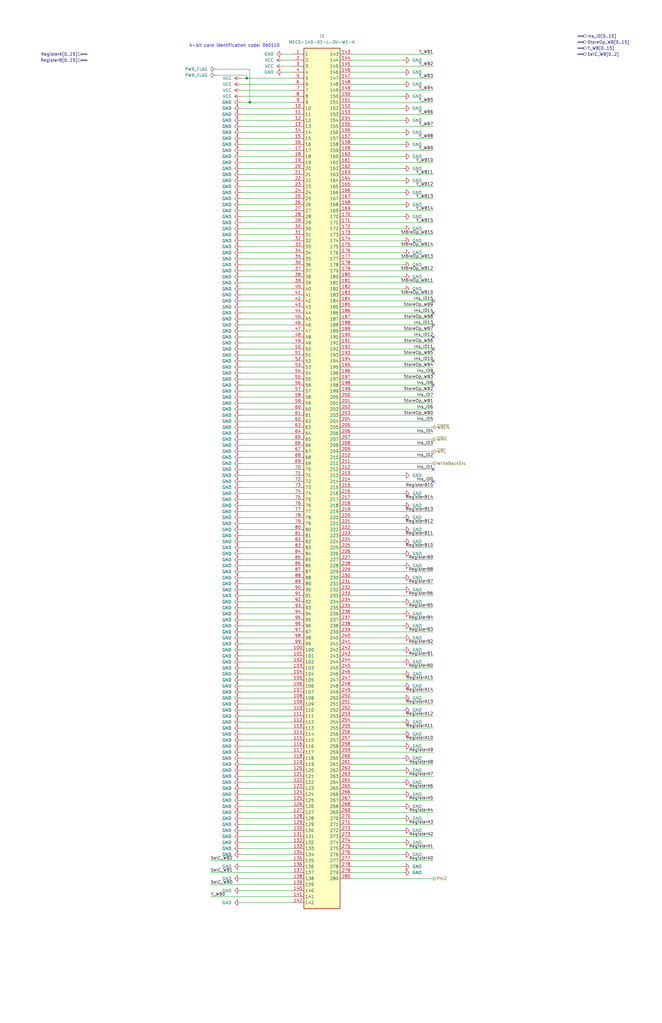
<source format=kicad_sch>
(kicad_sch (version 20250114) (generator "eeschema") (generator_version "9.0")
  (paper "USLedger" portrait)
  (title_block (date "2025-07-11") (rev "A"))
  (text "4-bit card identification code: 0b0110" (at 118.11 19.304 0) (effects (font (size 1.27 1.27)) (justify right)))
  (junction (at 105.41 43.18))
  (junction (at 104.14 33.02))
  (no_connect (at 182.88 142.24))
  (no_connect (at 182.88 203.2))
  (no_connect (at 182.88 137.16))
  (no_connect (at 182.88 147.32))
  (no_connect (at 182.88 162.56))
  (no_connect (at 182.88 127))
  (no_connect (at 182.88 152.4))
  (no_connect (at 182.88 132.08))
  (no_connect (at 182.88 198.12))
  (no_connect (at 182.88 157.48))
  (wire (pts (xy 101.6 248.92) (xy 123.19 248.92)))
  (wire (pts (xy 101.6 332.74) (xy 123.19 332.74)))
  (wire (pts (xy 170.18 360.68) (xy 148.59 360.68)))
  (wire (pts (xy 182.88 22.86) (xy 148.59 22.86)))
  (wire (pts (xy 182.88 271.78) (xy 148.59 271.78)))
  (wire (pts (xy 101.6 139.7) (xy 123.19 139.7)))
  (wire (pts (xy 101.6 55.88) (xy 123.19 55.88)))
  (wire (pts (xy 182.88 162.56) (xy 148.59 162.56)))
  (wire (pts (xy 101.6 101.6) (xy 123.19 101.6)))
  (wire (pts (xy 101.6 284.48) (xy 123.19 284.48)))
  (wire (pts (xy 101.6 208.28) (xy 123.19 208.28)))
  (wire (pts (xy 101.6 137.16) (xy 123.19 137.16)))
  (wire (pts (xy 182.88 119.38) (xy 148.59 119.38)))
  (wire (pts (xy 170.18 289.56) (xy 148.59 289.56)))
  (wire (pts (xy 101.6 314.96) (xy 123.19 314.96)))
  (wire (pts (xy 170.18 314.96) (xy 148.59 314.96)))
  (wire (pts (xy 182.88 195.58) (xy 148.59 195.58)))
  (wire (pts (xy 101.6 167.64) (xy 123.19 167.64)))
  (wire (pts (xy 182.88 187.96) (xy 148.59 187.96)))
  (wire (pts (xy 101.6 43.18) (xy 105.41 43.18)))
  (wire (pts (xy 182.88 182.88) (xy 148.59 182.88)))
  (wire (pts (xy 101.6 50.8) (xy 123.19 50.8)))
  (wire (pts (xy 101.6 88.9) (xy 123.19 88.9)))
  (wire (pts (xy 182.88 358.14) (xy 148.59 358.14)))
  (wire (pts (xy 170.18 25.4) (xy 148.59 25.4)))
  (wire (pts (xy 170.18 121.92) (xy 148.59 121.92)))
  (wire (pts (xy 182.88 215.9) (xy 148.59 215.9)))
  (wire (pts (xy 101.6 292.1) (xy 123.19 292.1)))
  (wire (pts (xy 182.88 353.06) (xy 148.59 353.06)))
  (wire (pts (xy 182.88 193.04) (xy 148.59 193.04)))
  (wire (pts (xy 182.88 210.82) (xy 148.59 210.82)))
  (wire (pts (xy 101.6 205.74) (xy 123.19 205.74)))
  (wire (pts (xy 182.88 132.08) (xy 148.59 132.08)))
  (wire (pts (xy 170.18 335.28) (xy 148.59 335.28)))
  (wire (pts (xy 170.18 86.36) (xy 148.59 86.36)))
  (wire (pts (xy 182.88 220.98) (xy 148.59 220.98)))
  (wire (pts (xy 170.18 60.96) (xy 148.59 60.96)))
  (wire (pts (xy 101.6 180.34) (xy 123.19 180.34)))
  (wire (pts (xy 101.6 294.64) (xy 123.19 294.64)))
  (wire (pts (xy 182.88 297.18) (xy 148.59 297.18)))
  (wire (pts (xy 101.6 119.38) (xy 123.19 119.38)))
  (wire (pts (xy 182.88 27.94) (xy 148.59 27.94)))
  (bus (pts (xy 246.38 22.86) (xy 243.84 22.86)))
  (wire (pts (xy 101.6 279.4) (xy 123.19 279.4)))
  (wire (pts (xy 101.6 228.6) (xy 123.19 228.6)))
  (wire (pts (xy 182.88 137.16) (xy 148.59 137.16)))
  (wire (pts (xy 101.6 299.72) (xy 123.19 299.72)))
  (wire (pts (xy 182.88 93.98) (xy 148.59 93.98)))
  (wire (pts (xy 101.6 147.32) (xy 123.19 147.32)))
  (bus (pts (xy 246.38 17.78) (xy 243.84 17.78)))
  (wire (pts (xy 101.6 86.36) (xy 123.19 86.36)))
  (wire (pts (xy 101.6 96.52) (xy 123.19 96.52)))
  (wire (pts (xy 101.6 33.02) (xy 104.14 33.02)))
  (wire (pts (xy 101.6 129.54) (xy 123.19 129.54)))
  (wire (pts (xy 148.59 370.84) (xy 182.88 370.84)))
  (wire (pts (xy 182.88 177.8) (xy 148.59 177.8)))
  (wire (pts (xy 170.18 299.72) (xy 148.59 299.72)))
  (wire (pts (xy 101.6 259.08) (xy 123.19 259.08)))
  (wire (pts (xy 101.6 226.06) (xy 123.19 226.06)))
  (wire (pts (xy 101.6 154.94) (xy 123.19 154.94)))
  (wire (pts (xy 182.88 292.1) (xy 148.59 292.1)))
  (wire (pts (xy 101.6 238.76) (xy 123.19 238.76)))
  (wire (pts (xy 170.18 365.76) (xy 148.59 365.76)))
  (wire (pts (xy 170.18 254) (xy 148.59 254)))
  (wire (pts (xy 101.6 63.5) (xy 123.19 63.5)))
  (wire (pts (xy 170.18 81.28) (xy 148.59 81.28)))
  (wire (pts (xy 182.88 142.24) (xy 148.59 142.24)))
  (wire (pts (xy 101.6 38.1) (xy 123.19 38.1)))
  (wire (pts (xy 101.6 177.8) (xy 123.19 177.8)))
  (wire (pts (xy 101.6 162.56) (xy 123.19 162.56)))
  (wire (pts (xy 182.88 165.1) (xy 148.59 165.1)))
  (wire (pts (xy 182.88 63.5) (xy 148.59 63.5)))
  (wire (pts (xy 170.18 40.64) (xy 148.59 40.64)))
  (bus (pts (xy 34.29 22.86) (xy 36.83 22.86)))
  (wire (pts (xy 182.88 302.26) (xy 148.59 302.26)))
  (wire (pts (xy 182.88 256.54) (xy 148.59 256.54)))
  (wire (pts (xy 101.6 182.88) (xy 123.19 182.88)))
  (wire (pts (xy 170.18 304.8) (xy 148.59 304.8)))
  (wire (pts (xy 182.88 276.86) (xy 148.59 276.86)))
  (wire (pts (xy 101.6 264.16) (xy 123.19 264.16)))
  (wire (pts (xy 101.6 322.58) (xy 123.19 322.58)))
  (wire (pts (xy 101.6 304.8) (xy 123.19 304.8)))
  (wire (pts (xy 101.6 233.68) (xy 123.19 233.68)))
  (wire (pts (xy 182.88 175.26) (xy 148.59 175.26)))
  (wire (pts (xy 101.6 231.14) (xy 123.19 231.14)))
  (wire (pts (xy 182.88 88.9) (xy 148.59 88.9)))
  (wire (pts (xy 105.41 43.18) (xy 123.19 43.18)))
  (wire (pts (xy 170.18 325.12) (xy 148.59 325.12)))
  (wire (pts (xy 170.18 96.52) (xy 148.59 96.52)))
  (wire (pts (xy 101.6 132.08) (xy 123.19 132.08)))
  (wire (pts (xy 170.18 213.36) (xy 148.59 213.36)))
  (wire (pts (xy 182.88 322.58) (xy 148.59 322.58)))
  (wire (pts (xy 101.6 165.1) (xy 123.19 165.1)))
  (wire (pts (xy 101.6 358.14) (xy 123.19 358.14)))
  (wire (pts (xy 104.14 31.75) (xy 104.14 33.02)))
  (wire (pts (xy 101.6 218.44) (xy 123.19 218.44)))
  (wire (pts (xy 101.6 157.48) (xy 123.19 157.48)))
  (wire (pts (xy 104.14 33.02) (xy 123.19 33.02)))
  (wire (pts (xy 101.6 271.78) (xy 123.19 271.78)))
  (wire (pts (xy 170.18 279.4) (xy 148.59 279.4)))
  (bus (pts (xy 34.29 25.4) (xy 36.83 25.4)))
  (wire (pts (xy 101.6 66.04) (xy 123.19 66.04)))
  (wire (pts (xy 101.6 91.44) (xy 123.19 91.44)))
  (wire (pts (xy 182.88 190.5) (xy 148.59 190.5)))
  (wire (pts (xy 182.88 167.64) (xy 148.59 167.64)))
  (wire (pts (xy 88.9 368.3) (xy 123.19 368.3)))
  (wire (pts (xy 170.18 345.44) (xy 148.59 345.44)))
  (wire (pts (xy 101.6 360.68) (xy 123.19 360.68)))
  (wire (pts (xy 101.6 330.2) (xy 123.19 330.2)))
  (wire (pts (xy 182.88 53.34) (xy 148.59 53.34)))
  (wire (pts (xy 170.18 259.08) (xy 148.59 259.08)))
  (wire (pts (xy 170.18 45.72) (xy 148.59 45.72)))
  (wire (pts (xy 101.6 254) (xy 123.19 254)))
  (wire (pts (xy 101.6 149.86) (xy 123.19 149.86)))
  (wire (pts (xy 101.6 215.9) (xy 123.19 215.9)))
  (wire (pts (xy 182.88 307.34) (xy 148.59 307.34)))
  (wire (pts (xy 101.6 40.64) (xy 123.19 40.64)))
  (bus (pts (xy 246.38 15.24) (xy 243.84 15.24)))
  (wire (pts (xy 119.38 30.48) (xy 123.19 30.48)))
  (wire (pts (xy 101.6 281.94) (xy 123.19 281.94)))
  (wire (pts (xy 182.88 337.82) (xy 148.59 337.82)))
  (wire (pts (xy 101.6 347.98) (xy 123.19 347.98)))
  (wire (pts (xy 170.18 116.84) (xy 148.59 116.84)))
  (wire (pts (xy 101.6 172.72) (xy 123.19 172.72)))
  (bus (pts (xy 246.38 20.32) (xy 243.84 20.32)))
  (wire (pts (xy 182.88 124.46) (xy 148.59 124.46)))
  (wire (pts (xy 101.6 109.22) (xy 123.19 109.22)))
  (wire (pts (xy 182.88 185.42) (xy 148.59 185.42)))
  (wire (pts (xy 101.6 198.12) (xy 123.19 198.12)))
  (wire (pts (xy 182.88 170.18) (xy 148.59 170.18)))
  (wire (pts (xy 170.18 269.24) (xy 148.59 269.24)))
  (wire (pts (xy 101.6 350.52) (xy 123.19 350.52)))
  (wire (pts (xy 119.38 27.94) (xy 123.19 27.94)))
  (wire (pts (xy 101.6 152.4) (xy 123.19 152.4)))
  (wire (pts (xy 88.9 378.46) (xy 123.19 378.46)))
  (wire (pts (xy 101.6 210.82) (xy 123.19 210.82)))
  (wire (pts (xy 170.18 35.56) (xy 148.59 35.56)))
  (wire (pts (xy 101.6 124.46) (xy 123.19 124.46)))
  (wire (pts (xy 170.18 30.48) (xy 148.59 30.48)))
  (wire (pts (xy 170.18 66.04) (xy 148.59 66.04)))
  (wire (pts (xy 101.6 134.62) (xy 123.19 134.62)))
  (wire (pts (xy 182.88 48.26) (xy 148.59 48.26)))
  (wire (pts (xy 182.88 287.02) (xy 148.59 287.02)))
  (wire (pts (xy 170.18 248.92) (xy 148.59 248.92)))
  (wire (pts (xy 182.88 73.66) (xy 148.59 73.66)))
  (wire (pts (xy 182.88 231.14) (xy 148.59 231.14)))
  (wire (pts (xy 170.18 264.16) (xy 148.59 264.16)))
  (wire (pts (xy 101.6 81.28) (xy 123.19 81.28)))
  (wire (pts (xy 182.88 78.74) (xy 148.59 78.74)))
  (wire (pts (xy 182.88 251.46) (xy 148.59 251.46)))
  (wire (pts (xy 101.6 251.46) (xy 123.19 251.46)))
  (wire (pts (xy 101.6 83.82) (xy 123.19 83.82)))
  (wire (pts (xy 91.44 29.21) (xy 105.41 29.21)))
  (wire (pts (xy 101.6 76.2) (xy 123.19 76.2)))
  (wire (pts (xy 101.6 60.96) (xy 123.19 60.96)))
  (wire (pts (xy 182.88 139.7) (xy 148.59 139.7)))
  (wire (pts (xy 182.88 33.02) (xy 148.59 33.02)))
  (wire (pts (xy 119.38 22.86) (xy 123.19 22.86)))
  (wire (pts (xy 182.88 38.1) (xy 148.59 38.1)))
  (wire (pts (xy 182.88 180.34) (xy 148.59 180.34)))
  (wire (pts (xy 101.6 121.92) (xy 123.19 121.92)))
  (wire (pts (xy 101.6 160.02) (xy 123.19 160.02)))
  (wire (pts (xy 101.6 370.84) (xy 123.19 370.84)))
  (wire (pts (xy 101.6 381) (xy 123.19 381)))
  (wire (pts (xy 170.18 228.6) (xy 148.59 228.6)))
  (wire (pts (xy 101.6 144.78) (xy 123.19 144.78)))
  (wire (pts (xy 101.6 289.56) (xy 123.19 289.56)))
  (wire (pts (xy 182.88 317.5) (xy 148.59 317.5)))
  (wire (pts (xy 101.6 175.26) (xy 123.19 175.26)))
  (wire (pts (xy 170.18 106.68) (xy 148.59 106.68)))
  (wire (pts (xy 182.88 127) (xy 148.59 127)))
  (wire (pts (xy 101.6 325.12) (xy 123.19 325.12)))
  (wire (pts (xy 182.88 68.58) (xy 148.59 68.58)))
  (wire (pts (xy 182.88 149.86) (xy 148.59 149.86)))
  (wire (pts (xy 101.6 142.24) (xy 123.19 142.24)))
  (wire (pts (xy 182.88 205.74) (xy 148.59 205.74)))
  (wire (pts (xy 101.6 116.84) (xy 123.19 116.84)))
  (wire (pts (xy 101.6 375.92) (xy 123.19 375.92)))
  (wire (pts (xy 101.6 48.26) (xy 123.19 48.26)))
  (wire (pts (xy 101.6 337.82) (xy 123.19 337.82)))
  (wire (pts (xy 88.9 373.38) (xy 123.19 373.38)))
  (wire (pts (xy 170.18 320.04) (xy 148.59 320.04)))
  (wire (pts (xy 182.88 363.22) (xy 148.59 363.22)))
  (wire (pts (xy 101.6 93.98) (xy 123.19 93.98)))
  (wire (pts (xy 101.6 190.5) (xy 123.19 190.5)))
  (wire (pts (xy 101.6 53.34) (xy 123.19 53.34)))
  (wire (pts (xy 101.6 274.32) (xy 123.19 274.32)))
  (wire (pts (xy 182.88 99.06) (xy 148.59 99.06)))
  (wire (pts (xy 101.6 342.9) (xy 123.19 342.9)))
  (wire (pts (xy 182.88 129.54) (xy 148.59 129.54)))
  (wire (pts (xy 182.88 114.3) (xy 148.59 114.3)))
  (wire (pts (xy 182.88 109.22) (xy 148.59 109.22)))
  (wire (pts (xy 101.6 287.02) (xy 123.19 287.02)))
  (wire (pts (xy 101.6 355.6) (xy 123.19 355.6)))
  (wire (pts (xy 182.88 104.14) (xy 148.59 104.14)))
  (wire (pts (xy 101.6 345.44) (xy 123.19 345.44)))
  (wire (pts (xy 119.38 25.4) (xy 123.19 25.4)))
  (wire (pts (xy 101.6 269.24) (xy 123.19 269.24)))
  (wire (pts (xy 101.6 220.98) (xy 123.19 220.98)))
  (wire (pts (xy 182.88 154.94) (xy 148.59 154.94)))
  (wire (pts (xy 101.6 71.12) (xy 123.19 71.12)))
  (wire (pts (xy 170.18 355.6) (xy 148.59 355.6)))
  (wire (pts (xy 101.6 193.04) (xy 123.19 193.04)))
  (wire (pts (xy 182.88 246.38) (xy 148.59 246.38)))
  (wire (pts (xy 170.18 71.12) (xy 148.59 71.12)))
  (wire (pts (xy 170.18 111.76) (xy 148.59 111.76)))
  (wire (pts (xy 101.6 309.88) (xy 123.19 309.88)))
  (wire (pts (xy 170.18 76.2) (xy 148.59 76.2)))
  (wire (pts (xy 105.41 29.21) (xy 105.41 43.18)))
  (wire (pts (xy 101.6 320.04) (xy 123.19 320.04)))
  (wire (pts (xy 101.6 327.66) (xy 123.19 327.66)))
  (wire (pts (xy 101.6 200.66) (xy 123.19 200.66)))
  (wire (pts (xy 170.18 223.52) (xy 148.59 223.52)))
  (wire (pts (xy 101.6 106.68) (xy 123.19 106.68)))
  (wire (pts (xy 182.88 347.98) (xy 148.59 347.98)))
  (wire (pts (xy 182.88 281.94) (xy 148.59 281.94)))
  (wire (pts (xy 101.6 58.42) (xy 123.19 58.42)))
  (wire (pts (xy 182.88 144.78) (xy 148.59 144.78)))
  (wire (pts (xy 182.88 83.82) (xy 148.59 83.82)))
  (wire (pts (xy 101.6 236.22) (xy 123.19 236.22)))
  (wire (pts (xy 170.18 340.36) (xy 148.59 340.36)))
  (wire (pts (xy 182.88 327.66) (xy 148.59 327.66)))
  (wire (pts (xy 101.6 68.58) (xy 123.19 68.58)))
  (wire (pts (xy 101.6 35.56) (xy 123.19 35.56)))
  (wire (pts (xy 101.6 365.76) (xy 123.19 365.76)))
  (wire (pts (xy 101.6 243.84) (xy 123.19 243.84)))
  (wire (pts (xy 182.88 342.9) (xy 148.59 342.9)))
  (wire (pts (xy 101.6 297.18) (xy 123.19 297.18)))
  (wire (pts (xy 101.6 185.42) (xy 123.19 185.42)))
  (wire (pts (xy 182.88 58.42) (xy 148.59 58.42)))
  (wire (pts (xy 182.88 160.02) (xy 148.59 160.02)))
  (wire (pts (xy 182.88 312.42) (xy 148.59 312.42)))
  (wire (pts (xy 182.88 266.7) (xy 148.59 266.7)))
  (wire (pts (xy 182.88 43.18) (xy 148.59 43.18)))
  (wire (pts (xy 170.18 101.6) (xy 148.59 101.6)))
  (wire (pts (xy 101.6 99.06) (xy 123.19 99.06)))
  (wire (pts (xy 101.6 104.14) (xy 123.19 104.14)))
  (wire (pts (xy 182.88 241.3) (xy 148.59 241.3)))
  (wire (pts (xy 170.18 243.84) (xy 148.59 243.84)))
  (wire (pts (xy 182.88 261.62) (xy 148.59 261.62)))
  (wire (pts (xy 101.6 246.38) (xy 123.19 246.38)))
  (wire (pts (xy 101.6 307.34) (xy 123.19 307.34)))
  (wire (pts (xy 182.88 172.72) (xy 148.59 172.72)))
  (wire (pts (xy 101.6 213.36) (xy 123.19 213.36)))
  (wire (pts (xy 101.6 353.06) (xy 123.19 353.06)))
  (wire (pts (xy 101.6 317.5) (xy 123.19 317.5)))
  (wire (pts (xy 91.44 31.75) (xy 104.14 31.75)))
  (wire (pts (xy 101.6 78.74) (xy 123.19 78.74)))
  (wire (pts (xy 170.18 330.2) (xy 148.59 330.2)))
  (wire (pts (xy 101.6 312.42) (xy 123.19 312.42)))
  (wire (pts (xy 170.18 200.66) (xy 148.59 200.66)))
  (wire (pts (xy 170.18 274.32) (xy 148.59 274.32)))
  (wire (pts (xy 101.6 223.52) (xy 123.19 223.52)))
  (wire (pts (xy 170.18 91.44) (xy 148.59 91.44)))
  (wire (pts (xy 170.18 208.28) (xy 148.59 208.28)))
  (wire (pts (xy 101.6 45.72) (xy 123.19 45.72)))
  (wire (pts (xy 101.6 276.86) (xy 123.19 276.86)))
  (wire (pts (xy 101.6 170.18) (xy 123.19 170.18)))
  (wire (pts (xy 182.88 147.32) (xy 148.59 147.32)))
  (wire (pts (xy 170.18 50.8) (xy 148.59 50.8)))
  (wire (pts (xy 101.6 261.62) (xy 123.19 261.62)))
  (wire (pts (xy 170.18 55.88) (xy 148.59 55.88)))
  (wire (pts (xy 170.18 238.76) (xy 148.59 238.76)))
  (wire (pts (xy 170.18 294.64) (xy 148.59 294.64)))
  (wire (pts (xy 182.88 134.62) (xy 148.59 134.62)))
  (wire (pts (xy 88.9 363.22) (xy 123.19 363.22)))
  (wire (pts (xy 101.6 203.2) (xy 123.19 203.2)))
  (wire (pts (xy 101.6 114.3) (xy 123.19 114.3)))
  (wire (pts (xy 101.6 335.28) (xy 123.19 335.28)))
  (wire (pts (xy 182.88 332.74) (xy 148.59 332.74)))
  (wire (pts (xy 101.6 187.96) (xy 123.19 187.96)))
  (wire (pts (xy 170.18 284.48) (xy 148.59 284.48)))
  (wire (pts (xy 170.18 350.52) (xy 148.59 350.52)))
  (wire (pts (xy 170.18 368.3) (xy 148.59 368.3)))
  (wire (pts (xy 101.6 256.54) (xy 123.19 256.54)))
  (wire (pts (xy 170.18 233.68) (xy 148.59 233.68)))
  (wire (pts (xy 101.6 73.66) (xy 123.19 73.66)))
  (wire (pts (xy 101.6 127) (xy 123.19 127)))
  (wire (pts (xy 101.6 195.58) (xy 123.19 195.58)))
  (wire (pts (xy 182.88 198.12) (xy 148.59 198.12)))
  (wire (pts (xy 182.88 236.22) (xy 148.59 236.22)))
  (wire (pts (xy 182.88 203.2) (xy 148.59 203.2)))
  (wire (pts (xy 101.6 302.26) (xy 123.19 302.26)))
  (wire (pts (xy 101.6 111.76) (xy 123.19 111.76)))
  (wire (pts (xy 101.6 266.7) (xy 123.19 266.7)))
  (wire (pts (xy 182.88 226.06) (xy 148.59 226.06)))
  (wire (pts (xy 170.18 309.88) (xy 148.59 309.88)))
  (wire (pts (xy 101.6 340.36) (xy 123.19 340.36)))
  (wire (pts (xy 101.6 241.3) (xy 123.19 241.3)))
  (wire (pts (xy 182.88 152.4) (xy 148.59 152.4)))
  (wire (pts (xy 182.88 157.48) (xy 148.59 157.48)))
  (wire (pts (xy 170.18 218.44) (xy 148.59 218.44)))
  (label "RegisterB0" (at 182.88 281.94 180))
  (label "Ins_ID1" (at 182.88 198.12 180))
  (label "RegisterA4" (at 182.88 342.9 180))
  (label "Y_WB1" (at 182.88 22.86 180))
  (label "RegisterA7" (at 182.88 327.66 180))
  (label "SelC_WB0" (at 88.9 373.38 0))
  (label "RegisterB10" (at 182.88 231.14 180))
  (label "Ins_ID9" (at 182.88 157.48 180))
  (label "Ins_ID8" (at 182.88 162.56 180))
  (label "RegisterB4" (at 182.88 261.62 180))
  (label "StoreOp_WB12" (at 182.88 114.3 180))
  (label "Y_WB0" (at 88.9 378.46 0))
  (label "Y_WB4" (at 182.88 38.1 180))
  (label "StoreOp_WB9" (at 182.88 129.54 180))
  (label "RegisterB6" (at 182.88 251.46 180))
  (label "Y_WB9" (at 182.88 63.5 180))
  (label "RegisterB5" (at 182.88 256.54 180))
  (label "StoreOp_WB13" (at 182.88 109.22 180))
  (label "RegisterA8" (at 182.88 322.58 180))
  (label "StoreOp_WB2" (at 182.88 165.1 180))
  (label "Y_WB13" (at 182.88 83.82 180))
  (label "Y_WB10" (at 182.88 68.58 180))
  (label "RegisterB1" (at 182.88 276.86 180))
  (label "Ins_ID2" (at 182.88 193.04 180))
  (label "StoreOp_WB7" (at 182.88 139.7 180))
  (label "Y_WB14" (at 182.88 88.9 180))
  (label "RegisterA12" (at 182.88 302.26 180))
  (label "Ins_ID11" (at 182.88 147.32 180))
  (label "Y_WB12" (at 182.88 78.74 180))
  (label "RegisterA2" (at 182.88 353.06 180))
  (label "Ins_ID10" (at 182.88 152.4 180))
  (label "RegisterB14" (at 182.88 210.82 180))
  (label "Y_WB6" (at 182.88 48.26 180))
  (label "SelC_WB1" (at 88.9 368.3 0))
  (label "RegisterB3" (at 182.88 266.7 180))
  (label "Y_WB7" (at 182.88 53.34 180))
  (label "StoreOp_WB8" (at 182.88 134.62 180))
  (label "RegisterA6" (at 182.88 332.74 180))
  (label "StoreOp_WB6" (at 182.88 144.78 180))
  (label "StoreOp_WB0" (at 182.88 175.26 180))
  (label "StoreOp_WB11" (at 182.88 119.38 180))
  (label "RegisterA11" (at 182.88 307.34 180))
  (label "Y_WB15" (at 182.88 93.98 180))
  (label "RegisterA10" (at 182.88 312.42 180))
  (label "SelC_WB2" (at 88.9 363.22 0))
  (label "StoreOp_WB5" (at 182.88 149.86 180))
  (label "Ins_ID7" (at 182.88 167.64 180))
  (label "RegisterB12" (at 182.88 220.98 180))
  (label "StoreOp_WB1" (at 182.88 170.18 180))
  (label "StoreOp_WB4" (at 182.88 154.94 180))
  (label "RegisterB11" (at 182.88 226.06 180))
  (label "RegisterA1" (at 182.88 358.14 180))
  (label "StoreOp_WB14" (at 182.88 104.14 180))
  (label "RegisterB7" (at 182.88 246.38 180))
  (label "RegisterA14" (at 182.88 292.1 180))
  (label "Ins_ID15" (at 182.88 127 180))
  (label "RegisterA5" (at 182.88 337.82 180))
  (label "Y_WB11" (at 182.88 73.66 180))
  (label "RegisterB15" (at 182.88 205.74 180))
  (label "RegisterB8" (at 182.88 241.3 180))
  (label "RegisterB13" (at 182.88 215.9 180))
  (label "Y_WB8" (at 182.88 58.42 180))
  (label "Ins_ID3" (at 182.88 187.96 180))
  (label "StoreOp_WB3" (at 182.88 160.02 180))
  (label "Y_WB3" (at 182.88 33.02 180))
  (label "Ins_ID4" (at 182.88 182.88 180))
  (label "Ins_ID0" (at 182.88 203.2 180))
  (label "Ins_ID13" (at 182.88 137.16 180))
  (label "Ins_ID6" (at 182.88 172.72 180))
  (label "RegisterA0" (at 182.88 363.22 180))
  (label "StoreOp_WB15" (at 182.88 99.06 180))
  (label "RegisterA9" (at 182.88 317.5 180))
  (label "Ins_ID5" (at 182.88 177.8 180))
  (label "Y_WB2" (at 182.88 27.94 180))
  (label "RegisterA3" (at 182.88 347.98 180))
  (label "RegisterB2" (at 182.88 271.78 180))
  (label "Y_WB5" (at 182.88 43.18 180))
  (label "RegisterB9" (at 182.88 236.22 180))
  (label "RegisterA15" (at 182.88 287.02 180))
  (label "RegisterA13" (at 182.88 297.18 180))
  (label "Ins_ID14" (at 182.88 132.08 180))
  (label "StoreOp_WB10" (at 182.88 124.46 180))
  (label "Ins_ID12" (at 182.88 142.24 180))
  (hierarchical_label "StoreOp_WB[0..15]" (shape output) (at 246.38 17.78 0))
  (hierarchical_label "Y_WB[0..15]" (shape output) (at 246.38 20.32 0))
  (hierarchical_label "SelC_WB[0..2]" (shape output) (at 246.38 22.86 0))
  (hierarchical_label "~{WBEN}" (shape output) (at 182.88 180.34 0))
  (hierarchical_label "Phi2" (shape output) (at 182.88 370.84 0))
  (hierarchical_label "RegisterA[0..15]" (shape input) (at 34.29 22.86 180))
  (hierarchical_label "~{WRL}" (shape output) (at 182.88 190.5 0))
  (hierarchical_label "RegisterB[0..15]" (shape input) (at 34.29 25.4 180))
  (hierarchical_label "~{WRH}" (shape output) (at 182.88 185.42 0))
  (hierarchical_label "Ins_ID[0..15]" (shape output) (at 246.38 15.24 0))
  (hierarchical_label "WriteBackSrc" (shape output) (at 182.88 195.58 0))
  (symbol (lib_id "power:GND") (at 101.6 66.04 270) (unit 1)
    (property "Reference" "#PWR096" (effects (hide yes)))
    (property "Value" "GND" (at 97.79 66.0399 90) (effects (justify right)))
    (property "Description" "Power symbol creates a global label with name \"GND\" , ground" (effects (hide yes)))
    (instances (project "" (path "" (reference "#PWR096") (unit 1))) (project "" (path "" (reference "#PWR0925") (unit 1))))
  )
  (symbol (lib_id "power:GND") (at 101.6 177.8 270) (unit 1)
    (property "Reference" "#PWR0140" (effects (hide yes)))
    (property "Value" "GND" (at 97.79 177.7999 90) (effects (justify right)))
    (property "Description" "Power symbol creates a global label with name \"GND\" , ground" (effects (hide yes)))
    (instances (project "" (path "" (reference "#PWR0140") (unit 1))) (project "" (path "" (reference "#PWR0978") (unit 1))))
  )
  (symbol (lib_id "power:GND") (at 101.6 167.64 270) (unit 1)
    (property "Reference" "#PWR0136" (effects (hide yes)))
    (property "Value" "GND" (at 97.79 167.6399 90) (effects (justify right)))
    (property "Description" "Power symbol creates a global label with name \"GND\" , ground" (effects (hide yes)))
    (instances (project "" (path "" (reference "#PWR0136") (unit 1))) (project "" (path "" (reference "#PWR0974") (unit 1))))
  )
  (symbol (lib_id "power:VCC") (at 101.6 33.02 90) (unit 1)
    (property "Reference" "#PWR083" (effects (hide yes)))
    (property "Value" "VCC" (at 97.79 33.0199 90) (effects (justify left)))
    (property "Description" "Power symbol creates a global label with name \"VCC\"" (effects (hide yes)))
    (instances (project "" (path "" (reference "#PWR083") (unit 1))) (project "" (path "" (reference "#PWR062") (unit 1))))
  )
  (symbol (lib_id "power:GND") (at 101.6 185.42 270) (unit 1)
    (property "Reference" "#PWR0143" (effects (hide yes)))
    (property "Value" "GND" (at 97.79 185.4199 90) (effects (justify right)))
    (property "Description" "Power symbol creates a global label with name \"GND\" , ground" (effects (hide yes)))
    (instances (project "" (path "" (reference "#PWR0143") (unit 1))) (project "" (path "" (reference "#PWR0981") (unit 1))))
  )
  (symbol (lib_id "power:GND") (at 170.18 50.8 90) (mirror x) (unit 1)
    (property "Reference" "#PWR0222" (effects (hide yes)))
    (property "Value" "GND" (at 173.99 50.7999 90) (effects (justify right)))
    (property "Description" "Power symbol creates a global label with name \"GND\" , ground" (effects (hide yes)))
    (instances (project "" (path "" (reference "#PWR0222") (unit 1))) (project "" (path "" (reference "#PWR01063") (unit 1))))
  )
  (symbol (lib_id "power:GND") (at 101.6 78.74 270) (unit 1)
    (property "Reference" "#PWR0101" (effects (hide yes)))
    (property "Value" "GND" (at 97.79 78.7399 90) (effects (justify right)))
    (property "Description" "Power symbol creates a global label with name \"GND\" , ground" (effects (hide yes)))
    (instances (project "" (path "" (reference "#PWR0101") (unit 1))) (project "" (path "" (reference "#PWR0939") (unit 1))))
  )
  (symbol (lib_id "power:GND") (at 101.6 203.2 270) (unit 1)
    (property "Reference" "#PWR0150" (effects (hide yes)))
    (property "Value" "GND" (at 97.79 203.1999 90) (effects (justify right)))
    (property "Description" "Power symbol creates a global label with name \"GND\" , ground" (effects (hide yes)))
    (instances (project "" (path "" (reference "#PWR0150") (unit 1))) (project "" (path "" (reference "#PWR0988") (unit 1))))
  )
  (symbol (lib_id "power:GND") (at 101.6 284.48 270) (unit 1)
    (property "Reference" "#PWR0182" (effects (hide yes)))
    (property "Value" "GND" (at 97.79 284.4799 90) (effects (justify right)))
    (property "Description" "Power symbol creates a global label with name \"GND\" , ground" (effects (hide yes)))
    (instances (project "" (path "" (reference "#PWR0182") (unit 1))) (project "" (path "" (reference "#PWR01021") (unit 1))))
  )
  (symbol (lib_id "power:GND") (at 101.6 76.2 270) (unit 1)
    (property "Reference" "#PWR0100" (effects (hide yes)))
    (property "Value" "GND" (at 97.79 76.1999 90) (effects (justify right)))
    (property "Description" "Power symbol creates a global label with name \"GND\" , ground" (effects (hide yes)))
    (instances (project "" (path "" (reference "#PWR0100") (unit 1))) (project "" (path "" (reference "#PWR0938") (unit 1))))
  )
  (symbol (lib_id "power:GND") (at 101.6 104.14 270) (unit 1)
    (property "Reference" "#PWR0111" (effects (hide yes)))
    (property "Value" "GND" (at 97.79 104.1399 90) (effects (justify right)))
    (property "Description" "Power symbol creates a global label with name \"GND\" , ground" (effects (hide yes)))
    (instances (project "" (path "" (reference "#PWR0111") (unit 1))) (project "" (path "" (reference "#PWR0949") (unit 1))))
  )
  (symbol (lib_id "power:GND") (at 101.6 60.96 270) (unit 1)
    (property "Reference" "#PWR094" (effects (hide yes)))
    (property "Value" "GND" (at 97.79 60.9599 90) (effects (justify right)))
    (property "Description" "Power symbol creates a global label with name \"GND\" , ground" (effects (hide yes)))
    (instances (project "" (path "" (reference "#PWR094") (unit 1))) (project "" (path "" (reference "#PWR0923") (unit 1))))
  )
  (symbol (lib_id "power:GND") (at 101.6 241.3 270) (unit 1)
    (property "Reference" "#PWR0165" (effects (hide yes)))
    (property "Value" "GND" (at 97.79 241.2999 90) (effects (justify right)))
    (property "Description" "Power symbol creates a global label with name \"GND\" , ground" (effects (hide yes)))
    (instances (project "" (path "" (reference "#PWR0165") (unit 1))) (project "" (path "" (reference "#PWR01004") (unit 1))))
  )
  (symbol (lib_id "power:VCC") (at 101.6 38.1 90) (unit 1)
    (property "Reference" "#PWR085" (effects (hide yes)))
    (property "Value" "VCC" (at 97.79 38.0999 90) (effects (justify left)))
    (property "Description" "Power symbol creates a global label with name \"VCC\"" (effects (hide yes)))
    (instances (project "" (path "" (reference "#PWR085") (unit 1))) (project "" (path "" (reference "#PWR064") (unit 1))))
  )
  (symbol (lib_id "power:GND") (at 101.6 322.58 270) (unit 1)
    (property "Reference" "#PWR0197" (effects (hide yes)))
    (property "Value" "GND" (at 97.79 322.5799 90) (effects (justify right)))
    (property "Description" "Power symbol creates a global label with name \"GND\" , ground" (effects (hide yes)))
    (instances (project "" (path "" (reference "#PWR0197") (unit 1))) (project "" (path "" (reference "#PWR01036") (unit 1))))
  )
  (symbol (lib_id "power:GND") (at 170.18 269.24 90) (mirror x) (unit 1)
    (property "Reference" "#PWR0250" (effects (hide yes)))
    (property "Value" "GND" (at 173.99 269.2399 90) (effects (justify right)))
    (property "Description" "Power symbol creates a global label with name \"GND\" , ground" (effects (hide yes)))
    (instances (project "" (path "" (reference "#PWR0250") (unit 1))) (project "" (path "" (reference "#PWR01090") (unit 1))))
  )
  (symbol (lib_id "power:GND") (at 101.6 238.76 270) (unit 1)
    (property "Reference" "#PWR0164" (effects (hide yes)))
    (property "Value" "GND" (at 97.79 238.7599 90) (effects (justify right)))
    (property "Description" "Power symbol creates a global label with name \"GND\" , ground" (effects (hide yes)))
    (instances (project "" (path "" (reference "#PWR0164") (unit 1))) (project "" (path "" (reference "#PWR01003") (unit 1))))
  )
  (symbol (lib_id "power:GND") (at 101.6 91.44 270) (unit 1)
    (property "Reference" "#PWR0106" (effects (hide yes)))
    (property "Value" "GND" (at 97.79 91.4399 90) (effects (justify right)))
    (property "Description" "Power symbol creates a global label with name \"GND\" , ground" (effects (hide yes)))
    (instances (project "" (path "" (reference "#PWR0106") (unit 1))) (project "" (path "" (reference "#PWR0944") (unit 1))))
  )
  (symbol (lib_id "power:GND") (at 170.18 71.12 90) (mirror x) (unit 1)
    (property "Reference" "#PWR0226" (effects (hide yes)))
    (property "Value" "GND" (at 173.99 71.1199 90) (effects (justify right)))
    (property "Description" "Power symbol creates a global label with name \"GND\" , ground" (effects (hide yes)))
    (instances (project "" (path "" (reference "#PWR0226") (unit 1))) (project "" (path "" (reference "#PWR01067") (unit 1))))
  )
  (symbol (lib_id "power:GND") (at 101.6 213.36 270) (unit 1)
    (property "Reference" "#PWR0154" (effects (hide yes)))
    (property "Value" "GND" (at 97.79 213.3599 90) (effects (justify right)))
    (property "Description" "Power symbol creates a global label with name \"GND\" , ground" (effects (hide yes)))
    (instances (project "" (path "" (reference "#PWR0154") (unit 1))) (project "" (path "" (reference "#PWR0993") (unit 1))))
  )
  (symbol (lib_id "power:GND") (at 101.6 157.48 270) (unit 1)
    (property "Reference" "#PWR0132" (effects (hide yes)))
    (property "Value" "GND" (at 97.79 157.4799 90) (effects (justify right)))
    (property "Description" "Power symbol creates a global label with name \"GND\" , ground" (effects (hide yes)))
    (instances (project "" (path "" (reference "#PWR0132") (unit 1))) (project "" (path "" (reference "#PWR0970") (unit 1))))
  )
  (symbol (lib_id "power:GND") (at 101.6 154.94 270) (unit 1)
    (property "Reference" "#PWR0131" (effects (hide yes)))
    (property "Value" "GND" (at 97.79 154.9399 90) (effects (justify right)))
    (property "Description" "Power symbol creates a global label with name \"GND\" , ground" (effects (hide yes)))
    (instances (project "" (path "" (reference "#PWR0131") (unit 1))) (project "" (path "" (reference "#PWR0969") (unit 1))))
  )
  (symbol (lib_id "power:GND") (at 170.18 294.64 90) (mirror x) (unit 1)
    (property "Reference" "#PWR0255" (effects (hide yes)))
    (property "Value" "GND" (at 173.99 294.6399 90) (effects (justify right)))
    (property "Description" "Power symbol creates a global label with name \"GND\" , ground" (effects (hide yes)))
    (instances (project "" (path "" (reference "#PWR0255") (unit 1))) (project "" (path "" (reference "#PWR01095") (unit 1))))
  )
  (symbol (lib_id "power:GND") (at 101.6 142.24 270) (unit 1)
    (property "Reference" "#PWR0126" (effects (hide yes)))
    (property "Value" "GND" (at 97.79 142.2399 90) (effects (justify right)))
    (property "Description" "Power symbol creates a global label with name \"GND\" , ground" (effects (hide yes)))
    (instances (project "" (path "" (reference "#PWR0126") (unit 1))) (project "" (path "" (reference "#PWR0964") (unit 1))))
  )
  (symbol (lib_id "power:GND") (at 170.18 66.04 90) (mirror x) (unit 1)
    (property "Reference" "#PWR0225" (effects (hide yes)))
    (property "Value" "GND" (at 173.99 66.0399 90) (effects (justify right)))
    (property "Description" "Power symbol creates a global label with name \"GND\" , ground" (effects (hide yes)))
    (instances (project "" (path "" (reference "#PWR0225") (unit 1))) (project "" (path "" (reference "#PWR01066") (unit 1))))
  )
  (symbol (lib_id "power:GND") (at 101.6 309.88 270) (unit 1)
    (property "Reference" "#PWR0192" (effects (hide yes)))
    (property "Value" "GND" (at 97.79 309.8799 90) (effects (justify right)))
    (property "Description" "Power symbol creates a global label with name \"GND\" , ground" (effects (hide yes)))
    (instances (project "" (path "" (reference "#PWR0192") (unit 1))) (project "" (path "" (reference "#PWR01031") (unit 1))))
  )
  (symbol (lib_id "power:GND") (at 101.6 109.22 270) (unit 1)
    (property "Reference" "#PWR0113" (effects (hide yes)))
    (property "Value" "GND" (at 97.79 109.2199 90) (effects (justify right)))
    (property "Description" "Power symbol creates a global label with name \"GND\" , ground" (effects (hide yes)))
    (instances (project "" (path "" (reference "#PWR0113") (unit 1))) (project "" (path "" (reference "#PWR0951") (unit 1))))
  )
  (symbol (lib_id "power:GND") (at 101.6 251.46 270) (unit 1)
    (property "Reference" "#PWR0169" (effects (hide yes)))
    (property "Value" "GND" (at 97.79 251.4599 90) (effects (justify right)))
    (property "Description" "Power symbol creates a global label with name \"GND\" , ground" (effects (hide yes)))
    (instances (project "" (path "" (reference "#PWR0169") (unit 1))) (project "" (path "" (reference "#PWR01008") (unit 1))))
  )
  (symbol (lib_id "power:GND") (at 101.6 73.66 270) (unit 1)
    (property "Reference" "#PWR099" (effects (hide yes)))
    (property "Value" "GND" (at 97.79 73.6599 90) (effects (justify right)))
    (property "Description" "Power symbol creates a global label with name \"GND\" , ground" (effects (hide yes)))
    (instances (project "" (path "" (reference "#PWR099") (unit 1))) (project "" (path "" (reference "#PWR0937") (unit 1))))
  )
  (symbol (lib_id "power:GND") (at 170.18 284.48 90) (mirror x) (unit 1)
    (property "Reference" "#PWR0253" (effects (hide yes)))
    (property "Value" "GND" (at 173.99 284.4799 90) (effects (justify right)))
    (property "Description" "Power symbol creates a global label with name \"GND\" , ground" (effects (hide yes)))
    (instances (project "" (path "" (reference "#PWR0253") (unit 1))) (project "" (path "" (reference "#PWR01093") (unit 1))))
  )
  (symbol (lib_id "power:GND") (at 170.18 30.48 90) (mirror x) (unit 1)
    (property "Reference" "#PWR0218" (effects (hide yes)))
    (property "Value" "GND" (at 173.99 30.4799 90) (effects (justify right)))
    (property "Description" "Power symbol creates a global label with name \"GND\" , ground" (effects (hide yes)))
    (instances (project "" (path "" (reference "#PWR0218") (unit 1))) (project "" (path "" (reference "#PWR01059") (unit 1))))
  )
  (symbol (lib_id "power:GND") (at 101.6 360.68 270) (unit 1)
    (property "Reference" "#PWR0212" (effects (hide yes)))
    (property "Value" "GND" (at 97.79 360.6799 90) (effects (justify right)))
    (property "Description" "Power symbol creates a global label with name \"GND\" , ground" (effects (hide yes)))
    (instances (project "" (path "" (reference "#PWR0212") (unit 1))) (project "" (path "" (reference "#PWR01050") (unit 1))))
  )
  (symbol (lib_id "power:GND") (at 101.6 246.38 270) (unit 1)
    (property "Reference" "#PWR0167" (effects (hide yes)))
    (property "Value" "GND" (at 97.79 246.3799 90) (effects (justify right)))
    (property "Description" "Power symbol creates a global label with name \"GND\" , ground" (effects (hide yes)))
    (instances (project "" (path "" (reference "#PWR0167") (unit 1))) (project "" (path "" (reference "#PWR01006") (unit 1))))
  )
  (symbol (lib_id "power:GND") (at 101.6 342.9 270) (unit 1)
    (property "Reference" "#PWR0205" (effects (hide yes)))
    (property "Value" "GND" (at 97.79 342.8999 90) (effects (justify right)))
    (property "Description" "Power symbol creates a global label with name \"GND\" , ground" (effects (hide yes)))
    (instances (project "" (path "" (reference "#PWR0205") (unit 1))) (project "" (path "" (reference "#PWR01053") (unit 1))))
  )
  (symbol (lib_id "power:GND") (at 170.18 55.88 90) (mirror x) (unit 1)
    (property "Reference" "#PWR0223" (effects (hide yes)))
    (property "Value" "GND" (at 173.99 55.8799 90) (effects (justify right)))
    (property "Description" "Power symbol creates a global label with name \"GND\" , ground" (effects (hide yes)))
    (instances (project "" (path "" (reference "#PWR0223") (unit 1))) (project "" (path "" (reference "#PWR01064") (unit 1))))
  )
  (symbol (lib_id "power:GND") (at 101.6 332.74 270) (unit 1)
    (property "Reference" "#PWR0201" (effects (hide yes)))
    (property "Value" "GND" (at 97.79 332.7399 90) (effects (justify right)))
    (property "Description" "Power symbol creates a global label with name \"GND\" , ground" (effects (hide yes)))
    (instances (project "" (path "" (reference "#PWR0201") (unit 1))) (project "" (path "" (reference "#PWR01040") (unit 1))))
  )
  (symbol (lib_id "power:GND") (at 101.6 99.06 270) (unit 1)
    (property "Reference" "#PWR0109" (effects (hide yes)))
    (property "Value" "GND" (at 97.79 99.0599 90) (effects (justify right)))
    (property "Description" "Power symbol creates a global label with name \"GND\" , ground" (effects (hide yes)))
    (instances (project "" (path "" (reference "#PWR0109") (unit 1))) (project "" (path "" (reference "#PWR0947") (unit 1))))
  )
  (symbol (lib_id "power:GND") (at 101.6 119.38 270) (unit 1)
    (property "Reference" "#PWR0117" (effects (hide yes)))
    (property "Value" "GND" (at 97.79 119.3799 90) (effects (justify right)))
    (property "Description" "Power symbol creates a global label with name \"GND\" , ground" (effects (hide yes)))
    (instances (project "" (path "" (reference "#PWR0117") (unit 1))) (project "" (path "" (reference "#PWR0955") (unit 1))))
  )
  (symbol (lib_id "power:GND") (at 101.6 302.26 270) (unit 1)
    (property "Reference" "#PWR0189" (effects (hide yes)))
    (property "Value" "GND" (at 97.79 302.2599 90) (effects (justify right)))
    (property "Description" "Power symbol creates a global label with name \"GND\" , ground" (effects (hide yes)))
    (instances (project "" (path "" (reference "#PWR0189") (unit 1))) (project "" (path "" (reference "#PWR01028") (unit 1))))
  )
  (symbol (lib_id "power:GND") (at 101.6 327.66 270) (unit 1)
    (property "Reference" "#PWR0199" (effects (hide yes)))
    (property "Value" "GND" (at 97.79 327.6599 90) (effects (justify right)))
    (property "Description" "Power symbol creates a global label with name \"GND\" , ground" (effects (hide yes)))
    (instances (project "" (path "" (reference "#PWR0199") (unit 1))) (project "" (path "" (reference "#PWR01038") (unit 1))))
  )
  (symbol (lib_id "power:GND") (at 101.6 226.06 270) (unit 1)
    (property "Reference" "#PWR0159" (effects (hide yes)))
    (property "Value" "GND" (at 97.79 226.0599 90) (effects (justify right)))
    (property "Description" "Power symbol creates a global label with name \"GND\" , ground" (effects (hide yes)))
    (instances (project "" (path "" (reference "#PWR0159") (unit 1))) (project "" (path "" (reference "#PWR0998") (unit 1))))
  )
  (symbol (lib_id "power:GND") (at 170.18 259.08 90) (mirror x) (unit 1)
    (property "Reference" "#PWR0248" (effects (hide yes)))
    (property "Value" "GND" (at 173.99 259.0799 90) (effects (justify right)))
    (property "Description" "Power symbol creates a global label with name \"GND\" , ground" (effects (hide yes)))
    (instances (project "" (path "" (reference "#PWR0248") (unit 1))) (project "" (path "" (reference "#PWR01084") (unit 1))))
  )
  (symbol (lib_id "power:GND") (at 101.6 175.26 270) (unit 1)
    (property "Reference" "#PWR0139" (effects (hide yes)))
    (property "Value" "GND" (at 97.79 175.2599 90) (effects (justify right)))
    (property "Description" "Power symbol creates a global label with name \"GND\" , ground" (effects (hide yes)))
    (instances (project "" (path "" (reference "#PWR0139") (unit 1))) (project "" (path "" (reference "#PWR0977") (unit 1))))
  )
  (symbol (lib_id "power:GND") (at 101.6 71.12 270) (unit 1)
    (property "Reference" "#PWR098" (effects (hide yes)))
    (property "Value" "GND" (at 97.79 71.1199 90) (effects (justify right)))
    (property "Description" "Power symbol creates a global label with name \"GND\" , ground" (effects (hide yes)))
    (instances (project "" (path "" (reference "#PWR098") (unit 1))) (project "" (path "" (reference "#PWR0936") (unit 1))))
  )
  (symbol (lib_id "power:VCC") (at 119.38 27.94 90) (unit 1)
    (property "Reference" "#PWR0273" (effects (hide yes)))
    (property "Value" "VCC" (at 115.57 27.9399 90) (effects (justify left)))
    (property "Description" "Power symbol creates a global label with name \"VCC\"" (effects (hide yes)))
  )
  (symbol (lib_id "power:GND") (at 101.6 149.86 270) (unit 1)
    (property "Reference" "#PWR0129" (effects (hide yes)))
    (property "Value" "GND" (at 97.79 149.8599 90) (effects (justify right)))
    (property "Description" "Power symbol creates a global label with name \"GND\" , ground" (effects (hide yes)))
    (instances (project "" (path "" (reference "#PWR0129") (unit 1))) (project "" (path "" (reference "#PWR0967") (unit 1))))
  )
  (symbol (lib_id "power:GND") (at 101.6 45.72 270) (unit 1)
    (property "Reference" "#PWR088" (effects (hide yes)))
    (property "Value" "GND" (at 97.79 45.7199 90) (effects (justify right)))
    (property "Description" "Power symbol creates a global label with name \"GND\" , ground" (effects (hide yes)))
    (instances (project "" (path "" (reference "#PWR088") (unit 1))) (project "" (path "" (reference "#PWR067") (unit 1))))
  )
  (symbol (lib_id "power:GND") (at 170.18 213.36 90) (mirror x) (unit 1)
    (property "Reference" "#PWR0239" (effects (hide yes)))
    (property "Value" "GND" (at 173.99 213.3599 90) (effects (justify right)))
    (property "Description" "Power symbol creates a global label with name \"GND\" , ground" (effects (hide yes)))
    (instances (project "" (path "" (reference "#PWR0239") (unit 1))) (project "" (path "" (reference "#PWR01075") (unit 1))))
  )
  (symbol (lib_id "power:GND") (at 170.18 111.76 90) (mirror x) (unit 1)
    (property "Reference" "#PWR0234" (effects (hide yes)))
    (property "Value" "GND" (at 173.99 111.7599 90) (effects (justify right)))
    (property "Description" "Power symbol creates a global label with name \"GND\" , ground" (effects (hide yes)))
    (instances (project "" (path "" (reference "#PWR0234") (unit 1))) (project "" (path "" (reference "#PWR01087") (unit 1))))
  )
  (symbol (lib_id "power:GND") (at 101.6 101.6 270) (unit 1)
    (property "Reference" "#PWR0110" (effects (hide yes)))
    (property "Value" "GND" (at 97.79 101.5999 90) (effects (justify right)))
    (property "Description" "Power symbol creates a global label with name \"GND\" , ground" (effects (hide yes)))
    (instances (project "" (path "" (reference "#PWR0110") (unit 1))) (project "" (path "" (reference "#PWR0948") (unit 1))))
  )
  (symbol (lib_id "power:GND") (at 170.18 360.68 90) (mirror x) (unit 1)
    (property "Reference" "#PWR0268" (effects (hide yes)))
    (property "Value" "GND" (at 173.99 360.6799 90) (effects (justify right)))
    (property "Description" "Power symbol creates a global label with name \"GND\" , ground" (effects (hide yes)))
    (instances (project "" (path "" (reference "#PWR0268") (unit 1))) (project "" (path "" (reference "#PWR01129") (unit 1))))
  )
  (symbol (lib_id "power:GND") (at 101.6 187.96 270) (unit 1)
    (property "Reference" "#PWR0144" (effects (hide yes)))
    (property "Value" "GND" (at 97.79 187.9599 90) (effects (justify right)))
    (property "Description" "Power symbol creates a global label with name \"GND\" , ground" (effects (hide yes)))
    (instances (project "" (path "" (reference "#PWR0144") (unit 1))) (project "" (path "" (reference "#PWR0982") (unit 1))))
  )
  (symbol (lib_id "power:GND") (at 101.6 50.8 270) (unit 1)
    (property "Reference" "#PWR090" (effects (hide yes)))
    (property "Value" "GND" (at 97.79 50.7999 90) (effects (justify right)))
    (property "Description" "Power symbol creates a global label with name \"GND\" , ground" (effects (hide yes)))
    (instances (project "" (path "" (reference "#PWR090") (unit 1))) (project "" (path "" (reference "#PWR069") (unit 1))))
  )
  (symbol (lib_id "power:GND") (at 170.18 35.56 90) (mirror x) (unit 1)
    (property "Reference" "#PWR0219" (effects (hide yes)))
    (property "Value" "GND" (at 173.99 35.5599 90) (effects (justify right)))
    (property "Description" "Power symbol creates a global label with name \"GND\" , ground" (effects (hide yes)))
    (instances (project "" (path "" (reference "#PWR0219") (unit 1))) (project "" (path "" (reference "#PWR01060") (unit 1))))
  )
  (symbol (lib_id "power:GND") (at 101.6 193.04 270) (unit 1)
    (property "Reference" "#PWR0146" (effects (hide yes)))
    (property "Value" "GND" (at 97.79 193.0399 90) (effects (justify right)))
    (property "Description" "Power symbol creates a global label with name \"GND\" , ground" (effects (hide yes)))
    (instances (project "" (path "" (reference "#PWR0146") (unit 1))) (project "" (path "" (reference "#PWR0984") (unit 1))))
  )
  (symbol (lib_id "power:GND") (at 101.6 165.1 270) (unit 1)
    (property "Reference" "#PWR0135" (effects (hide yes)))
    (property "Value" "GND" (at 97.79 165.0999 90) (effects (justify right)))
    (property "Description" "Power symbol creates a global label with name \"GND\" , ground" (effects (hide yes)))
    (instances (project "" (path "" (reference "#PWR0135") (unit 1))) (project "" (path "" (reference "#PWR0973") (unit 1))))
  )
  (symbol (lib_id "power:GND") (at 101.6 223.52 270) (unit 1)
    (property "Reference" "#PWR0158" (effects (hide yes)))
    (property "Value" "GND" (at 97.79 223.5199 90) (effects (justify right)))
    (property "Description" "Power symbol creates a global label with name \"GND\" , ground" (effects (hide yes)))
    (instances (project "" (path "" (reference "#PWR0158") (unit 1))) (project "" (path "" (reference "#PWR0997") (unit 1))))
  )
  (symbol (lib_id "power:GND") (at 101.6 147.32 270) (unit 1)
    (property "Reference" "#PWR0128" (effects (hide yes)))
    (property "Value" "GND" (at 97.79 147.3199 90) (effects (justify right)))
    (property "Description" "Power symbol creates a global label with name \"GND\" , ground" (effects (hide yes)))
    (instances (project "" (path "" (reference "#PWR0128") (unit 1))) (project "" (path "" (reference "#PWR0966") (unit 1))))
  )
  (symbol (lib_id "power:GND") (at 101.6 335.28 270) (unit 1)
    (property "Reference" "#PWR0202" (effects (hide yes)))
    (property "Value" "GND" (at 97.79 335.2799 90) (effects (justify right)))
    (property "Description" "Power symbol creates a global label with name \"GND\" , ground" (effects (hide yes)))
    (instances (project "" (path "" (reference "#PWR0202") (unit 1))) (project "" (path "" (reference "#PWR01041") (unit 1))))
  )
  (symbol (lib_id "power:GND") (at 101.6 114.3 270) (unit 1)
    (property "Reference" "#PWR0115" (effects (hide yes)))
    (property "Value" "GND" (at 97.79 114.2999 90) (effects (justify right)))
    (property "Description" "Power symbol creates a global label with name \"GND\" , ground" (effects (hide yes)))
    (instances (project "" (path "" (reference "#PWR0115") (unit 1))) (project "" (path "" (reference "#PWR0953") (unit 1))))
  )
  (symbol (lib_id "power:GND") (at 101.6 287.02 270) (unit 1)
    (property "Reference" "#PWR0183" (effects (hide yes)))
    (property "Value" "GND" (at 97.79 287.0199 90) (effects (justify right)))
    (property "Description" "Power symbol creates a global label with name \"GND\" , ground" (effects (hide yes)))
    (instances (project "" (path "" (reference "#PWR0183") (unit 1))) (project "" (path "" (reference "#PWR01022") (unit 1))))
  )
  (symbol (lib_id "power:GND") (at 101.6 162.56 270) (unit 1)
    (property "Reference" "#PWR0134" (effects (hide yes)))
    (property "Value" "GND" (at 97.79 162.5599 90) (effects (justify right)))
    (property "Description" "Power symbol creates a global label with name \"GND\" , ground" (effects (hide yes)))
    (instances (project "" (path "" (reference "#PWR0134") (unit 1))) (project "" (path "" (reference "#PWR0972") (unit 1))))
  )
  (symbol (lib_id "power:GND") (at 101.6 279.4 270) (unit 1)
    (property "Reference" "#PWR0180" (effects (hide yes)))
    (property "Value" "GND" (at 97.79 279.3999 90) (effects (justify right)))
    (property "Description" "Power symbol creates a global label with name \"GND\" , ground" (effects (hide yes)))
    (instances (project "" (path "" (reference "#PWR0180") (unit 1))) (project "" (path "" (reference "#PWR01019") (unit 1))))
  )
  (symbol (lib_id "power:GND") (at 101.6 152.4 270) (unit 1)
    (property "Reference" "#PWR0130" (effects (hide yes)))
    (property "Value" "GND" (at 97.79 152.3999 90) (effects (justify right)))
    (property "Description" "Power symbol creates a global label with name \"GND\" , ground" (effects (hide yes)))
    (instances (project "" (path "" (reference "#PWR0130") (unit 1))) (project "" (path "" (reference "#PWR0968") (unit 1))))
  )
  (symbol (lib_id "power:GND") (at 101.6 172.72 270) (unit 1)
    (property "Reference" "#PWR0138" (effects (hide yes)))
    (property "Value" "GND" (at 97.79 172.7199 90) (effects (justify right)))
    (property "Description" "Power symbol creates a global label with name \"GND\" , ground" (effects (hide yes)))
    (instances (project "" (path "" (reference "#PWR0138") (unit 1))) (project "" (path "" (reference "#PWR0976") (unit 1))))
  )
  (symbol (lib_id "power:VCC") (at 101.6 40.64 90) (unit 1)
    (property "Reference" "#PWR086" (effects (hide yes)))
    (property "Value" "VCC" (at 97.79 40.6399 90) (effects (justify left)))
    (property "Description" "Power symbol creates a global label with name \"VCC\"" (effects (hide yes)))
    (instances (project "" (path "" (reference "#PWR086") (unit 1))) (project "" (path "" (reference "#PWR065") (unit 1))))
  )
  (symbol (lib_id "power:GND") (at 101.6 304.8 270) (unit 1)
    (property "Reference" "#PWR0190" (effects (hide yes)))
    (property "Value" "GND" (at 97.79 304.7999 90) (effects (justify right)))
    (property "Description" "Power symbol creates a global label with name \"GND\" , ground" (effects (hide yes)))
    (instances (project "" (path "" (reference "#PWR0190") (unit 1))) (project "" (path "" (reference "#PWR01029") (unit 1))))
  )
  (symbol (lib_id "power:PWR_FLAG") (at 91.44 31.75 90) (unit 1)
    (property "Reference" "#FLG02" (effects (hide yes)))
    (property "Value" "PWR_FLAG" (at 87.63 31.7499 90) (effects (justify left)))
    (property "Description" "Special symbol for telling ERC where power comes from" (effects (hide yes)))
  )
  (symbol (lib_id "Turtle16:MEC5-140-01-L-DV-W1-K_Edge") (at 123.19 22.86 0) (unit 1)
    (property "Reference" "J1" (at 135.89 15.24 0))
    (property "Value" "MEC5-140-01-L-DV-W1-K" (at 135.89 17.78 0))
    (property "Footprint" "Turtle16:MEC5-140-01-L-DV-W1-K_Edge" (effects (hide yes)))
    (property "Datasheet" "https://suddendocs.samtec.com/prints/mec5-xxx-xx-x-dv-xx-k-xx-mkt.pdf" (effects (hide yes)))
    (property "Description" "Standard Card Edge Connectors MEC5-DV vert conn 140 pos per row" (effects (hide yes)))
    (property "Height" "10.35" (effects (hide yes)))
    (property "Mouser Part Number" "200-MEC514001LDVW1K" (effects (hide yes)))
    (property "Mouser Price/Stock" "https://www.mouser.co.uk/ProductDetail/Samtec/MEC5-140-01-L-DV-W1-K?qs=XeJtXLiO41SNck3klUeiMQ%3D%3D" (effects (hide yes)))
    (property "Manufacturer_Name" "SAMTEC" (effects (hide yes)))
    (property "Manufacturer_Part_Number" "MEC5-140-01-L-DV-W1-K" (effects (hide yes)))
    (instances (project "" (path "" (reference "J1") (unit 1))) (project "" (path "" (reference "J6") (unit 1))))
  )
  (symbol (lib_id "power:GND") (at 101.6 320.04 270) (unit 1)
    (property "Reference" "#PWR0196" (effects (hide yes)))
    (property "Value" "GND" (at 97.79 320.0399 90) (effects (justify right)))
    (property "Description" "Power symbol creates a global label with name \"GND\" , ground" (effects (hide yes)))
    (instances (project "" (path "" (reference "#PWR0196") (unit 1))) (project "" (path "" (reference "#PWR01035") (unit 1))))
  )
  (symbol (lib_id "power:GND") (at 101.6 236.22 270) (unit 1)
    (property "Reference" "#PWR0163" (effects (hide yes)))
    (property "Value" "GND" (at 97.79 236.2199 90) (effects (justify right)))
    (property "Description" "Power symbol creates a global label with name \"GND\" , ground" (effects (hide yes)))
    (instances (project "" (path "" (reference "#PWR0163") (unit 1))) (project "" (path "" (reference "#PWR01002") (unit 1))))
  )
  (symbol (lib_id "power:GND") (at 170.18 233.68 90) (mirror x) (unit 1)
    (property "Reference" "#PWR0243" (effects (hide yes)))
    (property "Value" "GND" (at 173.99 233.6799 90) (effects (justify right)))
    (property "Description" "Power symbol creates a global label with name \"GND\" , ground" (effects (hide yes)))
    (instances (project "" (path "" (reference "#PWR0243") (unit 1))) (project "" (path "" (reference "#PWR01079") (unit 1))))
  )
  (symbol (lib_id "power:GND") (at 170.18 330.2 90) (mirror x) (unit 1)
    (property "Reference" "#PWR0262" (effects (hide yes)))
    (property "Value" "GND" (at 173.99 330.1999 90) (effects (justify right)))
    (property "Description" "Power symbol creates a global label with name \"GND\" , ground" (effects (hide yes)))
    (instances (project "" (path "" (reference "#PWR0262") (unit 1))) (project "" (path "" (reference "#PWR01102") (unit 1))))
  )
  (symbol (lib_id "power:GND") (at 101.6 307.34 270) (unit 1)
    (property "Reference" "#PWR0191" (effects (hide yes)))
    (property "Value" "GND" (at 97.79 307.3399 90) (effects (justify right)))
    (property "Description" "Power symbol creates a global label with name \"GND\" , ground" (effects (hide yes)))
    (instances (project "" (path "" (reference "#PWR0191") (unit 1))) (project "" (path "" (reference "#PWR01030") (unit 1))))
  )
  (symbol (lib_id "power:GND") (at 101.6 294.64 270) (unit 1)
    (property "Reference" "#PWR0186" (effects (hide yes)))
    (property "Value" "GND" (at 97.79 294.6399 90) (effects (justify right)))
    (property "Description" "Power symbol creates a global label with name \"GND\" , ground" (effects (hide yes)))
    (instances (project "" (path "" (reference "#PWR0186") (unit 1))) (project "" (path "" (reference "#PWR01025") (unit 1))))
  )
  (symbol (lib_id "power:GND") (at 170.18 91.44 90) (mirror x) (unit 1)
    (property "Reference" "#PWR0230" (effects (hide yes)))
    (property "Value" "GND" (at 173.99 91.4399 90) (effects (justify right)))
    (property "Description" "Power symbol creates a global label with name \"GND\" , ground" (effects (hide yes)))
    (instances (project "" (path "" (reference "#PWR0230") (unit 1))) (project "" (path "" (reference "#PWR01071") (unit 1))))
  )
  (symbol (lib_id "power:GND") (at 101.6 365.76 270) (unit 1)
    (property "Reference" "#PWR0213" (effects (hide yes)))
    (property "Value" "GND" (at 97.79 365.7599 90) (effects (justify right)))
    (property "Description" "Power symbol creates a global label with name \"GND\" , ground" (effects (hide yes)))
    (instances (project "" (path "" (reference "#PWR0213") (unit 1))) (project "" (path "" (reference "#PWR01045") (unit 1))))
  )
  (symbol (lib_id "power:GND") (at 119.38 30.48 270) (unit 1)
    (property "Reference" "#PWR0274" (effects (hide yes)))
    (property "Value" "GND" (at 115.57 30.4799 90) (effects (justify right)))
    (property "Description" "Power symbol creates a global label with name \"GND\" , ground" (effects (hide yes)))
  )
  (symbol (lib_id "power:GND") (at 170.18 218.44 90) (mirror x) (unit 1)
    (property "Reference" "#PWR0240" (effects (hide yes)))
    (property "Value" "GND" (at 173.99 218.4399 90) (effects (justify right)))
    (property "Description" "Power symbol creates a global label with name \"GND\" , ground" (effects (hide yes)))
    (instances (project "" (path "" (reference "#PWR0240") (unit 1))) (project "" (path "" (reference "#PWR01076") (unit 1))))
  )
  (symbol (lib_id "power:GND") (at 101.6 215.9 270) (unit 1)
    (property "Reference" "#PWR0155" (effects (hide yes)))
    (property "Value" "GND" (at 97.79 215.8999 90) (effects (justify right)))
    (property "Description" "Power symbol creates a global label with name \"GND\" , ground" (effects (hide yes)))
    (instances (project "" (path "" (reference "#PWR0155") (unit 1))) (project "" (path "" (reference "#PWR0994") (unit 1))))
  )
  (symbol (lib_id "power:GND") (at 101.6 228.6 270) (unit 1)
    (property "Reference" "#PWR0160" (effects (hide yes)))
    (property "Value" "GND" (at 97.79 228.5999 90) (effects (justify right)))
    (property "Description" "Power symbol creates a global label with name \"GND\" , ground" (effects (hide yes)))
    (instances (project "" (path "" (reference "#PWR0160") (unit 1))) (project "" (path "" (reference "#PWR0999") (unit 1))))
  )
  (symbol (lib_id "power:GND") (at 101.6 370.84 270) (unit 1)
    (property "Reference" "#PWR0214" (effects (hide yes)))
    (property "Value" "GND" (at 97.79 370.8399 90) (effects (justify right)))
    (property "Description" "Power symbol creates a global label with name \"GND\" , ground" (effects (hide yes)))
    (instances (project "" (path "" (reference "#PWR0214") (unit 1))) (project "" (path "" (reference "#PWR01044") (unit 1))))
  )
  (symbol (lib_id "power:VCC") (at 101.6 35.56 90) (unit 1)
    (property "Reference" "#PWR084" (effects (hide yes)))
    (property "Value" "VCC" (at 97.79 35.5599 90) (effects (justify left)))
    (property "Description" "Power symbol creates a global label with name \"VCC\"" (effects (hide yes)))
    (instances (project "" (path "" (reference "#PWR084") (unit 1))) (project "" (path "" (reference "#PWR063") (unit 1))))
  )
  (symbol (lib_id "power:GND") (at 101.6 276.86 270) (unit 1)
    (property "Reference" "#PWR0179" (effects (hide yes)))
    (property "Value" "GND" (at 97.79 276.8599 90) (effects (justify right)))
    (property "Description" "Power symbol creates a global label with name \"GND\" , ground" (effects (hide yes)))
    (instances (project "" (path "" (reference "#PWR0179") (unit 1))) (project "" (path "" (reference "#PWR01018") (unit 1))))
  )
  (symbol (lib_id "power:GND") (at 101.6 218.44 270) (unit 1)
    (property "Reference" "#PWR0156" (effects (hide yes)))
    (property "Value" "GND" (at 97.79 218.4399 90) (effects (justify right)))
    (property "Description" "Power symbol creates a global label with name \"GND\" , ground" (effects (hide yes)))
    (instances (project "" (path "" (reference "#PWR0156") (unit 1))) (project "" (path "" (reference "#PWR0995") (unit 1))))
  )
  (symbol (lib_id "power:GND") (at 170.18 208.28 90) (mirror x) (unit 1)
    (property "Reference" "#PWR0238" (effects (hide yes)))
    (property "Value" "GND" (at 173.99 208.2799 90) (effects (justify right)))
    (property "Description" "Power symbol creates a global label with name \"GND\" , ground" (effects (hide yes)))
    (instances (project "" (path "" (reference "#PWR0238") (unit 1))) (project "" (path "" (reference "#PWR01074") (unit 1))))
  )
  (symbol (lib_id "power:GND") (at 170.18 228.6 90) (mirror x) (unit 1)
    (property "Reference" "#PWR0242" (effects (hide yes)))
    (property "Value" "GND" (at 173.99 228.5999 90) (effects (justify right)))
    (property "Description" "Power symbol creates a global label with name \"GND\" , ground" (effects (hide yes)))
    (instances (project "" (path "" (reference "#PWR0242") (unit 1))) (project "" (path "" (reference "#PWR01078") (unit 1))))
  )
  (symbol (lib_id "power:GND") (at 101.6 132.08 270) (unit 1)
    (property "Reference" "#PWR0122" (effects (hide yes)))
    (property "Value" "GND" (at 97.79 132.0799 90) (effects (justify right)))
    (property "Description" "Power symbol creates a global label with name \"GND\" , ground" (effects (hide yes)))
    (instances (project "" (path "" (reference "#PWR0122") (unit 1))) (project "" (path "" (reference "#PWR0960") (unit 1))))
  )
  (symbol (lib_id "power:GND") (at 101.6 264.16 270) (unit 1)
    (property "Reference" "#PWR0174" (effects (hide yes)))
    (property "Value" "GND" (at 97.79 264.1599 90) (effects (justify right)))
    (property "Description" "Power symbol creates a global label with name \"GND\" , ground" (effects (hide yes)))
    (instances (project "" (path "" (reference "#PWR0174") (unit 1))) (project "" (path "" (reference "#PWR01013") (unit 1))))
  )
  (symbol (lib_id "power:GND") (at 101.6 274.32 270) (unit 1)
    (property "Reference" "#PWR0178" (effects (hide yes)))
    (property "Value" "GND" (at 97.79 274.3199 90) (effects (justify right)))
    (property "Description" "Power symbol creates a global label with name \"GND\" , ground" (effects (hide yes)))
    (instances (project "" (path "" (reference "#PWR0178") (unit 1))) (project "" (path "" (reference "#PWR01017") (unit 1))))
  )
  (symbol (lib_id "power:GND") (at 101.6 208.28 270) (unit 1)
    (property "Reference" "#PWR0152" (effects (hide yes)))
    (property "Value" "GND" (at 97.79 208.2799 90) (effects (justify right)))
    (property "Description" "Power symbol creates a global label with name \"GND\" , ground" (effects (hide yes)))
    (instances (project "" (path "" (reference "#PWR0152") (unit 1))) (project "" (path "" (reference "#PWR0990") (unit 1))))
  )
  (symbol (lib_id "power:GND") (at 170.18 365.76 90) (mirror x) (unit 1)
    (property "Reference" "#PWR0269" (effects (hide yes)))
    (property "Value" "GND" (at 173.99 365.7599 90) (effects (justify right)))
    (property "Description" "Power symbol creates a global label with name \"GND\" , ground" (effects (hide yes)))
    (instances (project "" (path "" (reference "#PWR0269") (unit 1))) (project "" (path "" (reference "#PWR01046") (unit 1))))
  )
  (symbol (lib_id "power:GND") (at 101.6 297.18 270) (unit 1)
    (property "Reference" "#PWR0187" (effects (hide yes)))
    (property "Value" "GND" (at 97.79 297.1799 90) (effects (justify right)))
    (property "Description" "Power symbol creates a global label with name \"GND\" , ground" (effects (hide yes)))
    (instances (project "" (path "" (reference "#PWR0187") (unit 1))) (project "" (path "" (reference "#PWR01026") (unit 1))))
  )
  (symbol (lib_id "power:GND") (at 101.6 281.94 270) (unit 1)
    (property "Reference" "#PWR0181" (effects (hide yes)))
    (property "Value" "GND" (at 97.79 281.9399 90) (effects (justify right)))
    (property "Description" "Power symbol creates a global label with name \"GND\" , ground" (effects (hide yes)))
    (instances (project "" (path "" (reference "#PWR0181") (unit 1))) (project "" (path "" (reference "#PWR01020") (unit 1))))
  )
  (symbol (lib_id "power:GND") (at 170.18 116.84 90) (mirror x) (unit 1)
    (property "Reference" "#PWR0235" (effects (hide yes)))
    (property "Value" "GND" (at 173.99 116.8399 90) (effects (justify right)))
    (property "Description" "Power symbol creates a global label with name \"GND\" , ground" (effects (hide yes)))
    (instances (project "" (path "" (reference "#PWR0235") (unit 1))) (project "" (path "" (reference "#PWR01088") (unit 1))))
  )
  (symbol (lib_id "power:GND") (at 170.18 25.4 90) (mirror x) (unit 1)
    (property "Reference" "#PWR0217" (effects (hide yes)))
    (property "Value" "GND" (at 173.99 25.3999 90) (effects (justify right)))
    (property "Description" "Power symbol creates a global label with name \"GND\" , ground" (effects (hide yes)))
    (instances (project "" (path "" (reference "#PWR0217") (unit 1))) (project "" (path "" (reference "#PWR01058") (unit 1))))
  )
  (symbol (lib_id "power:GND") (at 170.18 335.28 90) (mirror x) (unit 1)
    (property "Reference" "#PWR0263" (effects (hide yes)))
    (property "Value" "GND" (at 173.99 335.2799 90) (effects (justify right)))
    (property "Description" "Power symbol creates a global label with name \"GND\" , ground" (effects (hide yes)))
    (instances (project "" (path "" (reference "#PWR0263") (unit 1))) (project "" (path "" (reference "#PWR01104") (unit 1))))
  )
  (symbol (lib_id "power:GND") (at 101.6 266.7 270) (unit 1)
    (property "Reference" "#PWR0175" (effects (hide yes)))
    (property "Value" "GND" (at 97.79 266.6999 90) (effects (justify right)))
    (property "Description" "Power symbol creates a global label with name \"GND\" , ground" (effects (hide yes)))
    (instances (project "" (path "" (reference "#PWR0175") (unit 1))) (project "" (path "" (reference "#PWR01014") (unit 1))))
  )
  (symbol (lib_id "power:GND") (at 170.18 340.36 90) (mirror x) (unit 1)
    (property "Reference" "#PWR0264" (effects (hide yes)))
    (property "Value" "GND" (at 173.99 340.3599 90) (effects (justify right)))
    (property "Description" "Power symbol creates a global label with name \"GND\" , ground" (effects (hide yes)))
    (instances (project "" (path "" (reference "#PWR0264") (unit 1))) (project "" (path "" (reference "#PWR01106") (unit 1))))
  )
  (symbol (lib_id "power:GND") (at 101.6 55.88 270) (unit 1)
    (property "Reference" "#PWR092" (effects (hide yes)))
    (property "Value" "GND" (at 97.79 55.8799 90) (effects (justify right)))
    (property "Description" "Power symbol creates a global label with name \"GND\" , ground" (effects (hide yes)))
    (instances (project "" (path "" (reference "#PWR092") (unit 1))) (project "" (path "" (reference "#PWR0921") (unit 1))))
  )
  (symbol (lib_id "power:GND") (at 101.6 261.62 270) (unit 1)
    (property "Reference" "#PWR0173" (effects (hide yes)))
    (property "Value" "GND" (at 97.79 261.6199 90) (effects (justify right)))
    (property "Description" "Power symbol creates a global label with name \"GND\" , ground" (effects (hide yes)))
    (instances (project "" (path "" (reference "#PWR0173") (unit 1))) (project "" (path "" (reference "#PWR01012") (unit 1))))
  )
  (symbol (lib_id "power:GND") (at 101.6 205.74 270) (unit 1)
    (property "Reference" "#PWR0151" (effects (hide yes)))
    (property "Value" "GND" (at 97.79 205.7399 90) (effects (justify right)))
    (property "Description" "Power symbol creates a global label with name \"GND\" , ground" (effects (hide yes)))
    (instances (project "" (path "" (reference "#PWR0151") (unit 1))) (project "" (path "" (reference "#PWR0989") (unit 1))))
  )
  (symbol (lib_id "power:GND") (at 170.18 45.72 90) (mirror x) (unit 1)
    (property "Reference" "#PWR0221" (effects (hide yes)))
    (property "Value" "GND" (at 173.99 45.7199 90) (effects (justify right)))
    (property "Description" "Power symbol creates a global label with name \"GND\" , ground" (effects (hide yes)))
    (instances (project "" (path "" (reference "#PWR0221") (unit 1))) (project "" (path "" (reference "#PWR01062") (unit 1))))
  )
  (symbol (lib_id "power:GND") (at 101.6 121.92 270) (unit 1)
    (property "Reference" "#PWR0118" (effects (hide yes)))
    (property "Value" "GND" (at 97.79 121.9199 90) (effects (justify right)))
    (property "Description" "Power symbol creates a global label with name \"GND\" , ground" (effects (hide yes)))
    (instances (project "" (path "" (reference "#PWR0118") (unit 1))) (project "" (path "" (reference "#PWR0956") (unit 1))))
  )
  (symbol (lib_id "power:GND") (at 101.6 96.52 270) (unit 1)
    (property "Reference" "#PWR0108" (effects (hide yes)))
    (property "Value" "GND" (at 97.79 96.5199 90) (effects (justify right)))
    (property "Description" "Power symbol creates a global label with name \"GND\" , ground" (effects (hide yes)))
    (instances (project "" (path "" (reference "#PWR0108") (unit 1))) (project "" (path "" (reference "#PWR0946") (unit 1))))
  )
  (symbol (lib_id "power:GND") (at 101.6 347.98 270) (unit 1)
    (property "Reference" "#PWR0207" (effects (hide yes)))
    (property "Value" "GND" (at 97.79 347.9799 90) (effects (justify right)))
    (property "Description" "Power symbol creates a global label with name \"GND\" , ground" (effects (hide yes)))
    (instances (project "" (path "" (reference "#PWR0207") (unit 1))) (project "" (path "" (reference "#PWR01055") (unit 1))))
  )
  (symbol (lib_id "power:GND") (at 101.6 340.36 270) (unit 1)
    (property "Reference" "#PWR0204" (effects (hide yes)))
    (property "Value" "GND" (at 97.79 340.3599 90) (effects (justify right)))
    (property "Description" "Power symbol creates a global label with name \"GND\" , ground" (effects (hide yes)))
    (instances (project "" (path "" (reference "#PWR0204") (unit 1))) (project "" (path "" (reference "#PWR01052") (unit 1))))
  )
  (symbol (lib_id "power:GND") (at 101.6 180.34 270) (unit 1)
    (property "Reference" "#PWR0141" (effects (hide yes)))
    (property "Value" "GND" (at 97.79 180.3399 90) (effects (justify right)))
    (property "Description" "Power symbol creates a global label with name \"GND\" , ground" (effects (hide yes)))
    (instances (project "" (path "" (reference "#PWR0141") (unit 1))) (project "" (path "" (reference "#PWR0979") (unit 1))))
  )
  (symbol (lib_id "power:GND") (at 101.6 200.66 270) (unit 1)
    (property "Reference" "#PWR0149" (effects (hide yes)))
    (property "Value" "GND" (at 97.79 200.6599 90) (effects (justify right)))
    (property "Description" "Power symbol creates a global label with name \"GND\" , ground" (effects (hide yes)))
    (instances (project "" (path "" (reference "#PWR0149") (unit 1))) (project "" (path "" (reference "#PWR0987") (unit 1))))
  )
  (symbol (lib_id "power:GND") (at 170.18 101.6 90) (mirror x) (unit 1)
    (property "Reference" "#PWR0232" (effects (hide yes)))
    (property "Value" "GND" (at 173.99 101.5999 90) (effects (justify right)))
    (property "Description" "Power symbol creates a global label with name \"GND\" , ground" (effects (hide yes)))
    (instances (project "" (path "" (reference "#PWR0232") (unit 1))) (project "" (path "" (reference "#PWR01073") (unit 1))))
  )
  (symbol (lib_id "power:GND") (at 101.6 358.14 270) (unit 1)
    (property "Reference" "#PWR0211" (effects (hide yes)))
    (property "Value" "GND" (at 97.79 358.1399 90) (effects (justify right)))
    (property "Description" "Power symbol creates a global label with name \"GND\" , ground" (effects (hide yes)))
    (instances (project "" (path "" (reference "#PWR0211") (unit 1))) (project "" (path "" (reference "#PWR01049") (unit 1))))
  )
  (symbol (lib_id "power:GND") (at 101.6 170.18 270) (unit 1)
    (property "Reference" "#PWR0137" (effects (hide yes)))
    (property "Value" "GND" (at 97.79 170.1799 90) (effects (justify right)))
    (property "Description" "Power symbol creates a global label with name \"GND\" , ground" (effects (hide yes)))
    (instances (project "" (path "" (reference "#PWR0137") (unit 1))) (project "" (path "" (reference "#PWR0975") (unit 1))))
  )
  (symbol (lib_id "power:GND") (at 170.18 274.32 90) (mirror x) (unit 1)
    (property "Reference" "#PWR0251" (effects (hide yes)))
    (property "Value" "GND" (at 173.99 274.3199 90) (effects (justify right)))
    (property "Description" "Power symbol creates a global label with name \"GND\" , ground" (effects (hide yes)))
    (instances (project "" (path "" (reference "#PWR0251") (unit 1))) (project "" (path "" (reference "#PWR01091") (unit 1))))
  )
  (symbol (lib_id "power:GND") (at 170.18 304.8 90) (mirror x) (unit 1)
    (property "Reference" "#PWR0257" (effects (hide yes)))
    (property "Value" "GND" (at 173.99 304.7999 90) (effects (justify right)))
    (property "Description" "Power symbol creates a global label with name \"GND\" , ground" (effects (hide yes)))
    (instances (project "" (path "" (reference "#PWR0257") (unit 1))) (project "" (path "" (reference "#PWR01097") (unit 1))))
  )
  (symbol (lib_id "power:GND") (at 101.6 116.84 270) (unit 1)
    (property "Reference" "#PWR0116" (effects (hide yes)))
    (property "Value" "GND" (at 97.79 116.8399 90) (effects (justify right)))
    (property "Description" "Power symbol creates a global label with name \"GND\" , ground" (effects (hide yes)))
    (instances (project "" (path "" (reference "#PWR0116") (unit 1))) (project "" (path "" (reference "#PWR0954") (unit 1))))
  )
  (symbol (lib_id "power:GND") (at 101.6 127 270) (unit 1)
    (property "Reference" "#PWR0120" (effects (hide yes)))
    (property "Value" "GND" (at 97.79 126.9999 90) (effects (justify right)))
    (property "Description" "Power symbol creates a global label with name \"GND\" , ground" (effects (hide yes)))
    (instances (project "" (path "" (reference "#PWR0120") (unit 1))) (project "" (path "" (reference "#PWR0958") (unit 1))))
  )
  (symbol (lib_id "power:GND") (at 170.18 289.56 90) (mirror x) (unit 1)
    (property "Reference" "#PWR0254" (effects (hide yes)))
    (property "Value" "GND" (at 173.99 289.5599 90) (effects (justify right)))
    (property "Description" "Power symbol creates a global label with name \"GND\" , ground" (effects (hide yes)))
    (instances (project "" (path "" (reference "#PWR0254") (unit 1))) (project "" (path "" (reference "#PWR01094") (unit 1))))
  )
  (symbol (lib_id "power:GND") (at 101.6 292.1 270) (unit 1)
    (property "Reference" "#PWR0185" (effects (hide yes)))
    (property "Value" "GND" (at 97.79 292.0999 90) (effects (justify right)))
    (property "Description" "Power symbol creates a global label with name \"GND\" , ground" (effects (hide yes)))
    (instances (project "" (path "" (reference "#PWR0185") (unit 1))) (project "" (path "" (reference "#PWR01024") (unit 1))))
  )
  (symbol (lib_id "power:GND") (at 170.18 121.92 90) (mirror x) (unit 1)
    (property "Reference" "#PWR0236" (effects (hide yes)))
    (property "Value" "GND" (at 173.99 121.9199 90) (effects (justify right)))
    (property "Description" "Power symbol creates a global label with name \"GND\" , ground" (effects (hide yes)))
    (instances (project "" (path "" (reference "#PWR0236") (unit 1))) (project "" (path "" (reference "#PWR01089") (unit 1))))
  )
  (symbol (lib_id "power:GND") (at 101.6 210.82 270) (unit 1)
    (property "Reference" "#PWR0153" (effects (hide yes)))
    (property "Value" "GND" (at 97.79 210.8199 90) (effects (justify right)))
    (property "Description" "Power symbol creates a global label with name \"GND\" , ground" (effects (hide yes)))
    (instances (project "" (path "" (reference "#PWR0153") (unit 1))) (project "" (path "" (reference "#PWR0992") (unit 1))))
  )
  (symbol (lib_id "power:GND") (at 170.18 299.72 90) (mirror x) (unit 1)
    (property "Reference" "#PWR0256" (effects (hide yes)))
    (property "Value" "GND" (at 173.99 299.7199 90) (effects (justify right)))
    (property "Description" "Power symbol creates a global label with name \"GND\" , ground" (effects (hide yes)))
    (instances (project "" (path "" (reference "#PWR0256") (unit 1))) (project "" (path "" (reference "#PWR01096") (unit 1))))
  )
  (symbol (lib_id "power:GND") (at 101.6 58.42 270) (unit 1)
    (property "Reference" "#PWR093" (effects (hide yes)))
    (property "Value" "GND" (at 97.79 58.4199 90) (effects (justify right)))
    (property "Description" "Power symbol creates a global label with name \"GND\" , ground" (effects (hide yes)))
    (instances (project "" (path "" (reference "#PWR093") (unit 1))) (project "" (path "" (reference "#PWR0922") (unit 1))))
  )
  (symbol (lib_id "power:GND") (at 101.6 248.92 270) (unit 1)
    (property "Reference" "#PWR0168" (effects (hide yes)))
    (property "Value" "GND" (at 97.79 248.9199 90) (effects (justify right)))
    (property "Description" "Power symbol creates a global label with name \"GND\" , ground" (effects (hide yes)))
    (instances (project "" (path "" (reference "#PWR0168") (unit 1))) (project "" (path "" (reference "#PWR01007") (unit 1))))
  )
  (symbol (lib_id "power:GND") (at 170.18 60.96 90) (mirror x) (unit 1)
    (property "Reference" "#PWR0224" (effects (hide yes)))
    (property "Value" "GND" (at 173.99 60.9599 90) (effects (justify right)))
    (property "Description" "Power symbol creates a global label with name \"GND\" , ground" (effects (hide yes)))
    (instances (project "" (path "" (reference "#PWR0224") (unit 1))) (project "" (path "" (reference "#PWR01065") (unit 1))))
  )
  (symbol (lib_id "power:GND") (at 101.6 345.44 270) (unit 1)
    (property "Reference" "#PWR0206" (effects (hide yes)))
    (property "Value" "GND" (at 97.79 345.4399 90) (effects (justify right)))
    (property "Description" "Power symbol creates a global label with name \"GND\" , ground" (effects (hide yes)))
    (instances (project "" (path "" (reference "#PWR0206") (unit 1))) (project "" (path "" (reference "#PWR01054") (unit 1))))
  )
  (symbol (lib_id "power:GND") (at 101.6 88.9 270) (unit 1)
    (property "Reference" "#PWR0105" (effects (hide yes)))
    (property "Value" "GND" (at 97.79 88.8999 90) (effects (justify right)))
    (property "Description" "Power symbol creates a global label with name \"GND\" , ground" (effects (hide yes)))
    (instances (project "" (path "" (reference "#PWR0105") (unit 1))) (project "" (path "" (reference "#PWR0943") (unit 1))))
  )
  (symbol (lib_id "power:GND") (at 101.6 93.98 270) (unit 1)
    (property "Reference" "#PWR0107" (effects (hide yes)))
    (property "Value" "GND" (at 97.79 93.9799 90) (effects (justify right)))
    (property "Description" "Power symbol creates a global label with name \"GND\" , ground" (effects (hide yes)))
    (instances (project "" (path "" (reference "#PWR0107") (unit 1))) (project "" (path "" (reference "#PWR0945") (unit 1))))
  )
  (symbol (lib_id "power:GND") (at 101.6 53.34 270) (unit 1)
    (property "Reference" "#PWR091" (effects (hide yes)))
    (property "Value" "GND" (at 97.79 53.3399 90) (effects (justify right)))
    (property "Description" "Power symbol creates a global label with name \"GND\" , ground" (effects (hide yes)))
    (instances (project "" (path "" (reference "#PWR091") (unit 1))) (project "" (path "" (reference "#PWR0920") (unit 1))))
  )
  (symbol (lib_id "power:GND") (at 101.6 269.24 270) (unit 1)
    (property "Reference" "#PWR0176" (effects (hide yes)))
    (property "Value" "GND" (at 97.79 269.2399 90) (effects (justify right)))
    (property "Description" "Power symbol creates a global label with name \"GND\" , ground" (effects (hide yes)))
    (instances (project "" (path "" (reference "#PWR0176") (unit 1))) (project "" (path "" (reference "#PWR01015") (unit 1))))
  )
  (symbol (lib_id "power:GND") (at 170.18 264.16 90) (mirror x) (unit 1)
    (property "Reference" "#PWR0249" (effects (hide yes)))
    (property "Value" "GND" (at 173.99 264.1599 90) (effects (justify right)))
    (property "Description" "Power symbol creates a global label with name \"GND\" , ground" (effects (hide yes)))
    (instances (project "" (path "" (reference "#PWR0249") (unit 1))) (project "" (path "" (reference "#PWR01085") (unit 1))))
  )
  (symbol (lib_id "power:GND") (at 170.18 96.52 90) (mirror x) (unit 1)
    (property "Reference" "#PWR0231" (effects (hide yes)))
    (property "Value" "GND" (at 173.99 96.5199 90) (effects (justify right)))
    (property "Description" "Power symbol creates a global label with name \"GND\" , ground" (effects (hide yes)))
    (instances (project "" (path "" (reference "#PWR0231") (unit 1))) (project "" (path "" (reference "#PWR01072") (unit 1))))
  )
  (symbol (lib_id "power:GND") (at 101.6 43.18 270) (unit 1)
    (property "Reference" "#PWR087" (effects (hide yes)))
    (property "Value" "GND" (at 97.79 43.1799 90) (effects (justify right)))
    (property "Description" "Power symbol creates a global label with name \"GND\" , ground" (effects (hide yes)))
    (instances (project "" (path "" (reference "#PWR087") (unit 1))) (project "" (path "" (reference "#PWR066") (unit 1))))
  )
  (symbol (lib_id "power:GND") (at 170.18 279.4 90) (mirror x) (unit 1)
    (property "Reference" "#PWR0252" (effects (hide yes)))
    (property "Value" "GND" (at 173.99 279.3999 90) (effects (justify right)))
    (property "Description" "Power symbol creates a global label with name \"GND\" , ground" (effects (hide yes)))
    (instances (project "" (path "" (reference "#PWR0252") (unit 1))) (project "" (path "" (reference "#PWR01092") (unit 1))))
  )
  (symbol (lib_id "power:GND") (at 170.18 325.12 90) (mirror x) (unit 1)
    (property "Reference" "#PWR0261" (effects (hide yes)))
    (property "Value" "GND" (at 173.99 325.1199 90) (effects (justify right)))
    (property "Description" "Power symbol creates a global label with name \"GND\" , ground" (effects (hide yes)))
    (instances (project "" (path "" (reference "#PWR0261") (unit 1))) (project "" (path "" (reference "#PWR01101") (unit 1))))
  )
  (symbol (lib_id "power:GND") (at 170.18 368.3 90) (mirror x) (unit 1)
    (property "Reference" "#PWR0270" (effects (hide yes)))
    (property "Value" "GND" (at 173.99 368.2999 90) (effects (justify right)))
    (property "Description" "Power symbol creates a global label with name \"GND\" , ground" (effects (hide yes)))
    (instances (project "" (path "" (reference "#PWR0270") (unit 1))) (project "" (path "" (reference "#PWR01047") (unit 1))))
  )
  (symbol (lib_id "power:VCC") (at 119.38 25.4 90) (unit 1)
    (property "Reference" "#PWR0271" (effects (hide yes)))
    (property "Value" "VCC" (at 115.57 25.3999 90) (effects (justify left)))
    (property "Description" "Power symbol creates a global label with name \"VCC\"" (effects (hide yes)))
  )
  (symbol (lib_id "power:GND") (at 170.18 345.44 90) (mirror x) (unit 1)
    (property "Reference" "#PWR0265" (effects (hide yes)))
    (property "Value" "GND" (at 173.99 345.4399 90) (effects (justify right)))
    (property "Description" "Power symbol creates a global label with name \"GND\" , ground" (effects (hide yes)))
    (instances (project "" (path "" (reference "#PWR0265") (unit 1))) (project "" (path "" (reference "#PWR01108") (unit 1))))
  )
  (symbol (lib_id "power:GND") (at 101.6 256.54 270) (unit 1)
    (property "Reference" "#PWR0171" (effects (hide yes)))
    (property "Value" "GND" (at 97.79 256.5399 90) (effects (justify right)))
    (property "Description" "Power symbol creates a global label with name \"GND\" , ground" (effects (hide yes)))
    (instances (project "" (path "" (reference "#PWR0171") (unit 1))) (project "" (path "" (reference "#PWR01010") (unit 1))))
  )
  (symbol (lib_id "power:GND") (at 170.18 355.6 90) (mirror x) (unit 1)
    (property "Reference" "#PWR0267" (effects (hide yes)))
    (property "Value" "GND" (at 173.99 355.5999 90) (effects (justify right)))
    (property "Description" "Power symbol creates a global label with name \"GND\" , ground" (effects (hide yes)))
    (instances (project "" (path "" (reference "#PWR0267") (unit 1))) (project "" (path "" (reference "#PWR01128") (unit 1))))
  )
  (symbol (lib_id "power:GND") (at 101.6 198.12 270) (unit 1)
    (property "Reference" "#PWR0148" (effects (hide yes)))
    (property "Value" "GND" (at 97.79 198.1199 90) (effects (justify right)))
    (property "Description" "Power symbol creates a global label with name \"GND\" , ground" (effects (hide yes)))
    (instances (project "" (path "" (reference "#PWR0148") (unit 1))) (project "" (path "" (reference "#PWR0986") (unit 1))))
  )
  (symbol (lib_id "power:GND") (at 101.6 381 270) (unit 1)
    (property "Reference" "#PWR0216" (effects (hide yes)))
    (property "Value" "GND" (at 97.79 380.9999 90) (effects (justify right)))
    (property "Description" "Power symbol creates a global label with name \"GND\" , ground" (effects (hide yes)))
    (instances (project "" (path "" (reference "#PWR0216") (unit 1))) (project "" (path "" (reference "#PWR01042") (unit 1))))
  )
  (symbol (lib_id "power:GND") (at 170.18 350.52 90) (mirror x) (unit 1)
    (property "Reference" "#PWR0266" (effects (hide yes)))
    (property "Value" "GND" (at 173.99 350.5199 90) (effects (justify right)))
    (property "Description" "Power symbol creates a global label with name \"GND\" , ground" (effects (hide yes)))
    (instances (project "" (path "" (reference "#PWR0266") (unit 1))) (project "" (path "" (reference "#PWR01127") (unit 1))))
  )
  (symbol (lib_id "power:PWR_FLAG") (at 91.44 29.21 90) (unit 1)
    (property "Reference" "#FLG01" (effects (hide yes)))
    (property "Value" "PWR_FLAG" (at 87.63 29.2099 90) (effects (justify left)))
    (property "Description" "Special symbol for telling ERC where power comes from" (effects (hide yes)))
  )
  (symbol (lib_id "power:GND") (at 101.6 353.06 270) (unit 1)
    (property "Reference" "#PWR0209" (effects (hide yes)))
    (property "Value" "GND" (at 97.79 353.0599 90) (effects (justify right)))
    (property "Description" "Power symbol creates a global label with name \"GND\" , ground" (effects (hide yes)))
    (instances (project "" (path "" (reference "#PWR0209") (unit 1))) (project "" (path "" (reference "#PWR01057") (unit 1))))
  )
  (symbol (lib_id "power:GND") (at 101.6 254 270) (unit 1)
    (property "Reference" "#PWR0170" (effects (hide yes)))
    (property "Value" "GND" (at 97.79 253.9999 90) (effects (justify right)))
    (property "Description" "Power symbol creates a global label with name \"GND\" , ground" (effects (hide yes)))
    (instances (project "" (path "" (reference "#PWR0170") (unit 1))) (project "" (path "" (reference "#PWR01009") (unit 1))))
  )
  (symbol (lib_id "power:GND") (at 170.18 81.28 90) (mirror x) (unit 1)
    (property "Reference" "#PWR0228" (effects (hide yes)))
    (property "Value" "GND" (at 173.99 81.2799 90) (effects (justify right)))
    (property "Description" "Power symbol creates a global label with name \"GND\" , ground" (effects (hide yes)))
    (instances (project "" (path "" (reference "#PWR0228") (unit 1))) (project "" (path "" (reference "#PWR01069") (unit 1))))
  )
  (symbol (lib_id "power:GND") (at 101.6 231.14 270) (unit 1)
    (property "Reference" "#PWR0161" (effects (hide yes)))
    (property "Value" "GND" (at 97.79 231.1399 90) (effects (justify right)))
    (property "Description" "Power symbol creates a global label with name \"GND\" , ground" (effects (hide yes)))
    (instances (project "" (path "" (reference "#PWR0161") (unit 1))) (project "" (path "" (reference "#PWR01000") (unit 1))))
  )
  (symbol (lib_id "power:GND") (at 101.6 48.26 270) (unit 1)
    (property "Reference" "#PWR089" (effects (hide yes)))
    (property "Value" "GND" (at 97.79 48.2599 90) (effects (justify right)))
    (property "Description" "Power symbol creates a global label with name \"GND\" , ground" (effects (hide yes)))
    (instances (project "" (path "" (reference "#PWR089") (unit 1))) (project "" (path "" (reference "#PWR068") (unit 1))))
  )
  (symbol (lib_id "power:GND") (at 170.18 106.68 90) (mirror x) (unit 1)
    (property "Reference" "#PWR0233" (effects (hide yes)))
    (property "Value" "GND" (at 173.99 106.6799 90) (effects (justify right)))
    (property "Description" "Power symbol creates a global label with name \"GND\" , ground" (effects (hide yes)))
    (instances (project "" (path "" (reference "#PWR0233") (unit 1))) (project "" (path "" (reference "#PWR01086") (unit 1))))
  )
  (symbol (lib_id "power:GND") (at 101.6 137.16 270) (unit 1)
    (property "Reference" "#PWR0124" (effects (hide yes)))
    (property "Value" "GND" (at 97.79 137.1599 90) (effects (justify right)))
    (property "Description" "Power symbol creates a global label with name \"GND\" , ground" (effects (hide yes)))
    (instances (project "" (path "" (reference "#PWR0124") (unit 1))) (project "" (path "" (reference "#PWR0962") (unit 1))))
  )
  (symbol (lib_id "power:GND") (at 101.6 325.12 270) (unit 1)
    (property "Reference" "#PWR0198" (effects (hide yes)))
    (property "Value" "GND" (at 97.79 325.1199 90) (effects (justify right)))
    (property "Description" "Power symbol creates a global label with name \"GND\" , ground" (effects (hide yes)))
    (instances (project "" (path "" (reference "#PWR0198") (unit 1))) (project "" (path "" (reference "#PWR01037") (unit 1))))
  )
  (symbol (lib_id "power:GND") (at 101.6 81.28 270) (unit 1)
    (property "Reference" "#PWR0102" (effects (hide yes)))
    (property "Value" "GND" (at 97.79 81.2799 90) (effects (justify right)))
    (property "Description" "Power symbol creates a global label with name \"GND\" , ground" (effects (hide yes)))
    (instances (project "" (path "" (reference "#PWR0102") (unit 1))) (project "" (path "" (reference "#PWR0940") (unit 1))))
  )
  (symbol (lib_id "power:GND") (at 101.6 259.08 270) (unit 1)
    (property "Reference" "#PWR0172" (effects (hide yes)))
    (property "Value" "GND" (at 97.79 259.0799 90) (effects (justify right)))
    (property "Description" "Power symbol creates a global label with name \"GND\" , ground" (effects (hide yes)))
    (instances (project "" (path "" (reference "#PWR0172") (unit 1))) (project "" (path "" (reference "#PWR01011") (unit 1))))
  )
  (symbol (lib_id "power:GND") (at 101.6 86.36 270) (unit 1)
    (property "Reference" "#PWR0104" (effects (hide yes)))
    (property "Value" "GND" (at 97.79 86.3599 90) (effects (justify right)))
    (property "Description" "Power symbol creates a global label with name \"GND\" , ground" (effects (hide yes)))
    (instances (project "" (path "" (reference "#PWR0104") (unit 1))) (project "" (path "" (reference "#PWR0942") (unit 1))))
  )
  (symbol (lib_id "power:GND") (at 170.18 238.76 90) (mirror x) (unit 1)
    (property "Reference" "#PWR0244" (effects (hide yes)))
    (property "Value" "GND" (at 173.99 238.7599 90) (effects (justify right)))
    (property "Description" "Power symbol creates a global label with name \"GND\" , ground" (effects (hide yes)))
    (instances (project "" (path "" (reference "#PWR0244") (unit 1))) (project "" (path "" (reference "#PWR01080") (unit 1))))
  )
  (symbol (lib_id "power:GND") (at 101.6 83.82 270) (unit 1)
    (property "Reference" "#PWR0103" (effects (hide yes)))
    (property "Value" "GND" (at 97.79 83.8199 90) (effects (justify right)))
    (property "Description" "Power symbol creates a global label with name \"GND\" , ground" (effects (hide yes)))
    (instances (project "" (path "" (reference "#PWR0103") (unit 1))) (project "" (path "" (reference "#PWR0941") (unit 1))))
  )
  (symbol (lib_id "power:GND") (at 101.6 330.2 270) (unit 1)
    (property "Reference" "#PWR0200" (effects (hide yes)))
    (property "Value" "GND" (at 97.79 330.1999 90) (effects (justify right)))
    (property "Description" "Power symbol creates a global label with name \"GND\" , ground" (effects (hide yes)))
    (instances (project "" (path "" (reference "#PWR0200") (unit 1))) (project "" (path "" (reference "#PWR01039") (unit 1))))
  )
  (symbol (lib_id "power:GND") (at 101.6 312.42 270) (unit 1)
    (property "Reference" "#PWR0193" (effects (hide yes)))
    (property "Value" "GND" (at 97.79 312.4199 90) (effects (justify right)))
    (property "Description" "Power symbol creates a global label with name \"GND\" , ground" (effects (hide yes)))
    (instances (project "" (path "" (reference "#PWR0193") (unit 1))) (project "" (path "" (reference "#PWR01032") (unit 1))))
  )
  (symbol (lib_id "power:GND") (at 101.6 111.76 270) (unit 1)
    (property "Reference" "#PWR0114" (effects (hide yes)))
    (property "Value" "GND" (at 97.79 111.7599 90) (effects (justify right)))
    (property "Description" "Power symbol creates a global label with name \"GND\" , ground" (effects (hide yes)))
    (instances (project "" (path "" (reference "#PWR0114") (unit 1))) (project "" (path "" (reference "#PWR0952") (unit 1))))
  )
  (symbol (lib_id "power:GND") (at 170.18 254 90) (mirror x) (unit 1)
    (property "Reference" "#PWR0247" (effects (hide yes)))
    (property "Value" "GND" (at 173.99 253.9999 90) (effects (justify right)))
    (property "Description" "Power symbol creates a global label with name \"GND\" , ground" (effects (hide yes)))
    (instances (project "" (path "" (reference "#PWR0247") (unit 1))) (project "" (path "" (reference "#PWR01083") (unit 1))))
  )
  (symbol (lib_id "power:GND") (at 101.6 355.6 270) (unit 1)
    (property "Reference" "#PWR0210" (effects (hide yes)))
    (property "Value" "GND" (at 97.79 355.5999 90) (effects (justify right)))
    (property "Description" "Power symbol creates a global label with name \"GND\" , ground" (effects (hide yes)))
    (instances (project "" (path "" (reference "#PWR0210") (unit 1))) (project "" (path "" (reference "#PWR01048") (unit 1))))
  )
  (symbol (lib_id "power:GND") (at 101.6 337.82 270) (unit 1)
    (property "Reference" "#PWR0203" (effects (hide yes)))
    (property "Value" "GND" (at 97.79 337.8199 90) (effects (justify right)))
    (property "Description" "Power symbol creates a global label with name \"GND\" , ground" (effects (hide yes)))
    (instances (project "" (path "" (reference "#PWR0203") (unit 1))) (project "" (path "" (reference "#PWR01051") (unit 1))))
  )
  (symbol (lib_id "power:GND") (at 170.18 243.84 90) (mirror x) (unit 1)
    (property "Reference" "#PWR0245" (effects (hide yes)))
    (property "Value" "GND" (at 173.99 243.8399 90) (effects (justify right)))
    (property "Description" "Power symbol creates a global label with name \"GND\" , ground" (effects (hide yes)))
    (instances (project "" (path "" (reference "#PWR0245") (unit 1))) (project "" (path "" (reference "#PWR01081") (unit 1))))
  )
  (symbol (lib_id "power:GND") (at 101.6 317.5 270) (unit 1)
    (property "Reference" "#PWR0195" (effects (hide yes)))
    (property "Value" "GND" (at 97.79 317.4999 90) (effects (justify right)))
    (property "Description" "Power symbol creates a global label with name \"GND\" , ground" (effects (hide yes)))
    (instances (project "" (path "" (reference "#PWR0195") (unit 1))) (project "" (path "" (reference "#PWR01034") (unit 1))))
  )
  (symbol (lib_id "power:GND") (at 170.18 248.92 90) (mirror x) (unit 1)
    (property "Reference" "#PWR0246" (effects (hide yes)))
    (property "Value" "GND" (at 173.99 248.9199 90) (effects (justify right)))
    (property "Description" "Power symbol creates a global label with name \"GND\" , ground" (effects (hide yes)))
    (instances (project "" (path "" (reference "#PWR0246") (unit 1))) (project "" (path "" (reference "#PWR01082") (unit 1))))
  )
  (symbol (lib_id "power:GND") (at 170.18 223.52 90) (mirror x) (unit 1)
    (property "Reference" "#PWR0241" (effects (hide yes)))
    (property "Value" "GND" (at 173.99 223.5199 90) (effects (justify right)))
    (property "Description" "Power symbol creates a global label with name \"GND\" , ground" (effects (hide yes)))
    (instances (project "" (path "" (reference "#PWR0241") (unit 1))) (project "" (path "" (reference "#PWR01077") (unit 1))))
  )
  (symbol (lib_id "power:GND") (at 101.6 182.88 270) (unit 1)
    (property "Reference" "#PWR0142" (effects (hide yes)))
    (property "Value" "GND" (at 97.79 182.8799 90) (effects (justify right)))
    (property "Description" "Power symbol creates a global label with name \"GND\" , ground" (effects (hide yes)))
    (instances (project "" (path "" (reference "#PWR0142") (unit 1))) (project "" (path "" (reference "#PWR0980") (unit 1))))
  )
  (symbol (lib_id "power:GND") (at 170.18 86.36 90) (mirror x) (unit 1)
    (property "Reference" "#PWR0229" (effects (hide yes)))
    (property "Value" "GND" (at 173.99 86.3599 90) (effects (justify right)))
    (property "Description" "Power symbol creates a global label with name \"GND\" , ground" (effects (hide yes)))
    (instances (project "" (path "" (reference "#PWR0229") (unit 1))) (project "" (path "" (reference "#PWR01070") (unit 1))))
  )
  (symbol (lib_id "power:GND") (at 170.18 320.04 90) (mirror x) (unit 1)
    (property "Reference" "#PWR0260" (effects (hide yes)))
    (property "Value" "GND" (at 173.99 320.0399 90) (effects (justify right)))
    (property "Description" "Power symbol creates a global label with name \"GND\" , ground" (effects (hide yes)))
    (instances (project "" (path "" (reference "#PWR0260") (unit 1))) (project "" (path "" (reference "#PWR01100") (unit 1))))
  )
  (symbol (lib_id "power:GND") (at 170.18 40.64 90) (mirror x) (unit 1)
    (property "Reference" "#PWR0220" (effects (hide yes)))
    (property "Value" "GND" (at 173.99 40.6399 90) (effects (justify right)))
    (property "Description" "Power symbol creates a global label with name \"GND\" , ground" (effects (hide yes)))
    (instances (project "" (path "" (reference "#PWR0220") (unit 1))) (project "" (path "" (reference "#PWR01061") (unit 1))))
  )
  (symbol (lib_id "power:GND") (at 101.6 299.72 270) (unit 1)
    (property "Reference" "#PWR0188" (effects (hide yes)))
    (property "Value" "GND" (at 97.79 299.7199 90) (effects (justify right)))
    (property "Description" "Power symbol creates a global label with name \"GND\" , ground" (effects (hide yes)))
    (instances (project "" (path "" (reference "#PWR0188") (unit 1))) (project "" (path "" (reference "#PWR01027") (unit 1))))
  )
  (symbol (lib_id "power:GND") (at 101.6 289.56 270) (unit 1)
    (property "Reference" "#PWR0184" (effects (hide yes)))
    (property "Value" "GND" (at 97.79 289.5599 90) (effects (justify right)))
    (property "Description" "Power symbol creates a global label with name \"GND\" , ground" (effects (hide yes)))
    (instances (project "" (path "" (reference "#PWR0184") (unit 1))) (project "" (path "" (reference "#PWR01023") (unit 1))))
  )
  (symbol (lib_id "power:GND") (at 170.18 309.88 90) (mirror x) (unit 1)
    (property "Reference" "#PWR0258" (effects (hide yes)))
    (property "Value" "GND" (at 173.99 309.8799 90) (effects (justify right)))
    (property "Description" "Power symbol creates a global label with name \"GND\" , ground" (effects (hide yes)))
    (instances (project "" (path "" (reference "#PWR0258") (unit 1))) (project "" (path "" (reference "#PWR01098") (unit 1))))
  )
  (symbol (lib_id "power:GND") (at 101.6 68.58 270) (unit 1)
    (property "Reference" "#PWR097" (effects (hide yes)))
    (property "Value" "GND" (at 97.79 68.5799 90) (effects (justify right)))
    (property "Description" "Power symbol creates a global label with name \"GND\" , ground" (effects (hide yes)))
    (instances (project "" (path "" (reference "#PWR097") (unit 1))) (project "" (path "" (reference "#PWR0926") (unit 1))))
  )
  (symbol (lib_id "power:GND") (at 101.6 134.62 270) (unit 1)
    (property "Reference" "#PWR0123" (effects (hide yes)))
    (property "Value" "GND" (at 97.79 134.6199 90) (effects (justify right)))
    (property "Description" "Power symbol creates a global label with name \"GND\" , ground" (effects (hide yes)))
    (instances (project "" (path "" (reference "#PWR0123") (unit 1))) (project "" (path "" (reference "#PWR0961") (unit 1))))
  )
  (symbol (lib_id "power:GND") (at 101.6 106.68 270) (unit 1)
    (property "Reference" "#PWR0112" (effects (hide yes)))
    (property "Value" "GND" (at 97.79 106.6799 90) (effects (justify right)))
    (property "Description" "Power symbol creates a global label with name \"GND\" , ground" (effects (hide yes)))
    (instances (project "" (path "" (reference "#PWR0112") (unit 1))) (project "" (path "" (reference "#PWR0950") (unit 1))))
  )
  (symbol (lib_id "power:GND") (at 101.6 375.92 270) (unit 1)
    (property "Reference" "#PWR0215" (effects (hide yes)))
    (property "Value" "GND" (at 97.79 375.9199 90) (effects (justify right)))
    (property "Description" "Power symbol creates a global label with name \"GND\" , ground" (effects (hide yes)))
    (instances (project "" (path "" (reference "#PWR0215") (unit 1))) (project "" (path "" (reference "#PWR01043") (unit 1))))
  )
  (symbol (lib_id "power:GND") (at 170.18 76.2 90) (mirror x) (unit 1)
    (property "Reference" "#PWR0227" (effects (hide yes)))
    (property "Value" "GND" (at 173.99 76.1999 90) (effects (justify right)))
    (property "Description" "Power symbol creates a global label with name \"GND\" , ground" (effects (hide yes)))
    (instances (project "" (path "" (reference "#PWR0227") (unit 1))) (project "" (path "" (reference "#PWR01068") (unit 1))))
  )
  (symbol (lib_id "power:GND") (at 101.6 195.58 270) (unit 1)
    (property "Reference" "#PWR0147" (effects (hide yes)))
    (property "Value" "GND" (at 97.79 195.5799 90) (effects (justify right)))
    (property "Description" "Power symbol creates a global label with name \"GND\" , ground" (effects (hide yes)))
    (instances (project "" (path "" (reference "#PWR0147") (unit 1))) (project "" (path "" (reference "#PWR0985") (unit 1))))
  )
  (symbol (lib_id "power:GND") (at 101.6 350.52 270) (unit 1)
    (property "Reference" "#PWR0208" (effects (hide yes)))
    (property "Value" "GND" (at 97.79 350.5199 90) (effects (justify right)))
    (property "Description" "Power symbol creates a global label with name \"GND\" , ground" (effects (hide yes)))
    (instances (project "" (path "" (reference "#PWR0208") (unit 1))) (project "" (path "" (reference "#PWR01056") (unit 1))))
  )
  (symbol (lib_id "power:GND") (at 101.6 314.96 270) (unit 1)
    (property "Reference" "#PWR0194" (effects (hide yes)))
    (property "Value" "GND" (at 97.79 314.9599 90) (effects (justify right)))
    (property "Description" "Power symbol creates a global label with name \"GND\" , ground" (effects (hide yes)))
    (instances (project "" (path "" (reference "#PWR0194") (unit 1))) (project "" (path "" (reference "#PWR01033") (unit 1))))
  )
  (symbol (lib_id "power:GND") (at 119.38 22.86 270) (unit 1)
    (property "Reference" "#PWR0272" (effects (hide yes)))
    (property "Value" "GND" (at 115.57 22.8599 90) (effects (justify right)))
    (property "Description" "Power symbol creates a global label with name \"GND\" , ground" (effects (hide yes)))
  )
  (symbol (lib_id "power:GND") (at 101.6 139.7 270) (unit 1)
    (property "Reference" "#PWR0125" (effects (hide yes)))
    (property "Value" "GND" (at 97.79 139.6999 90) (effects (justify right)))
    (property "Description" "Power symbol creates a global label with name \"GND\" , ground" (effects (hide yes)))
    (instances (project "" (path "" (reference "#PWR0125") (unit 1))) (project "" (path "" (reference "#PWR0963") (unit 1))))
  )
  (symbol (lib_id "power:GND") (at 101.6 124.46 270) (unit 1)
    (property "Reference" "#PWR0119" (effects (hide yes)))
    (property "Value" "GND" (at 97.79 124.4599 90) (effects (justify right)))
    (property "Description" "Power symbol creates a global label with name \"GND\" , ground" (effects (hide yes)))
    (instances (project "" (path "" (reference "#PWR0119") (unit 1))) (project "" (path "" (reference "#PWR0957") (unit 1))))
  )
  (symbol (lib_id "power:GND") (at 101.6 233.68 270) (unit 1)
    (property "Reference" "#PWR0162" (effects (hide yes)))
    (property "Value" "GND" (at 97.79 233.6799 90) (effects (justify right)))
    (property "Description" "Power symbol creates a global label with name \"GND\" , ground" (effects (hide yes)))
    (instances (project "" (path "" (reference "#PWR0162") (unit 1))) (project "" (path "" (reference "#PWR01001") (unit 1))))
  )
  (symbol (lib_id "power:GND") (at 101.6 63.5 270) (unit 1)
    (property "Reference" "#PWR095" (effects (hide yes)))
    (property "Value" "GND" (at 97.79 63.4999 90) (effects (justify right)))
    (property "Description" "Power symbol creates a global label with name \"GND\" , ground" (effects (hide yes)))
    (instances (project "" (path "" (reference "#PWR095") (unit 1))) (project "" (path "" (reference "#PWR0924") (unit 1))))
  )
  (symbol (lib_id "power:GND") (at 101.6 271.78 270) (unit 1)
    (property "Reference" "#PWR0177" (effects (hide yes)))
    (property "Value" "GND" (at 97.79 271.7799 90) (effects (justify right)))
    (property "Description" "Power symbol creates a global label with name \"GND\" , ground" (effects (hide yes)))
    (instances (project "" (path "" (reference "#PWR0177") (unit 1))) (project "" (path "" (reference "#PWR01016") (unit 1))))
  )
  (symbol (lib_id "power:GND") (at 101.6 243.84 270) (unit 1)
    (property "Reference" "#PWR0166" (effects (hide yes)))
    (property "Value" "GND" (at 97.79 243.8399 90) (effects (justify right)))
    (property "Description" "Power symbol creates a global label with name \"GND\" , ground" (effects (hide yes)))
    (instances (project "" (path "" (reference "#PWR0166") (unit 1))) (project "" (path "" (reference "#PWR01005") (unit 1))))
  )
  (symbol (lib_id "power:GND") (at 101.6 144.78 270) (unit 1)
    (property "Reference" "#PWR0127" (effects (hide yes)))
    (property "Value" "GND" (at 97.79 144.7799 90) (effects (justify right)))
    (property "Description" "Power symbol creates a global label with name \"GND\" , ground" (effects (hide yes)))
    (instances (project "" (path "" (reference "#PWR0127") (unit 1))) (project "" (path "" (reference "#PWR0965") (unit 1))))
  )
  (symbol (lib_id "power:GND") (at 101.6 160.02 270) (unit 1)
    (property "Reference" "#PWR0133" (effects (hide yes)))
    (property "Value" "GND" (at 97.79 160.0199 90) (effects (justify right)))
    (property "Description" "Power symbol creates a global label with name \"GND\" , ground" (effects (hide yes)))
    (instances (project "" (path "" (reference "#PWR0133") (unit 1))) (project "" (path "" (reference "#PWR0971") (unit 1))))
  )
  (symbol (lib_id "power:GND") (at 101.6 190.5 270) (unit 1)
    (property "Reference" "#PWR0145" (effects (hide yes)))
    (property "Value" "GND" (at 97.79 190.4999 90) (effects (justify right)))
    (property "Description" "Power symbol creates a global label with name \"GND\" , ground" (effects (hide yes)))
    (instances (project "" (path "" (reference "#PWR0145") (unit 1))) (project "" (path "" (reference "#PWR0983") (unit 1))))
  )
  (symbol (lib_id "power:GND") (at 101.6 129.54 270) (unit 1)
    (property "Reference" "#PWR0121" (effects (hide yes)))
    (property "Value" "GND" (at 97.79 129.5399 90) (effects (justify right)))
    (property "Description" "Power symbol creates a global label with name \"GND\" , ground" (effects (hide yes)))
    (instances (project "" (path "" (reference "#PWR0121") (unit 1))) (project "" (path "" (reference "#PWR0959") (unit 1))))
  )
  (symbol (lib_id "power:GND") (at 101.6 220.98 270) (unit 1)
    (property "Reference" "#PWR0157" (effects (hide yes)))
    (property "Value" "GND" (at 97.79 220.9799 90) (effects (justify right)))
    (property "Description" "Power symbol creates a global label with name \"GND\" , ground" (effects (hide yes)))
    (instances (project "" (path "" (reference "#PWR0157") (unit 1))) (project "" (path "" (reference "#PWR0996") (unit 1))))
  )
  (symbol (lib_id "power:GND") (at 170.18 200.66 90) (mirror x) (unit 1)
    (property "Reference" "#PWR0237" (effects (hide yes)))
    (property "Value" "GND" (at 173.99 200.6599 90) (effects (justify right)))
    (property "Description" "Power symbol creates a global label with name \"GND\" , ground" (effects (hide yes)))
    (instances (project "" (path "" (reference "#PWR0237") (unit 1))) (project "" (path "" (reference "#PWR01110") (unit 1))))
  )
  (symbol (lib_id "power:GND") (at 170.18 314.96 90) (mirror x) (unit 1)
    (property "Reference" "#PWR0259" (effects (hide yes)))
    (property "Value" "GND" (at 173.99 314.9599 90) (effects (justify right)))
    (property "Description" "Power symbol creates a global label with name \"GND\" , ground" (effects (hide yes)))
    (instances (project "" (path "" (reference "#PWR0259") (unit 1))) (project "" (path "" (reference "#PWR01099") (unit 1))))
  )
)
</source>
